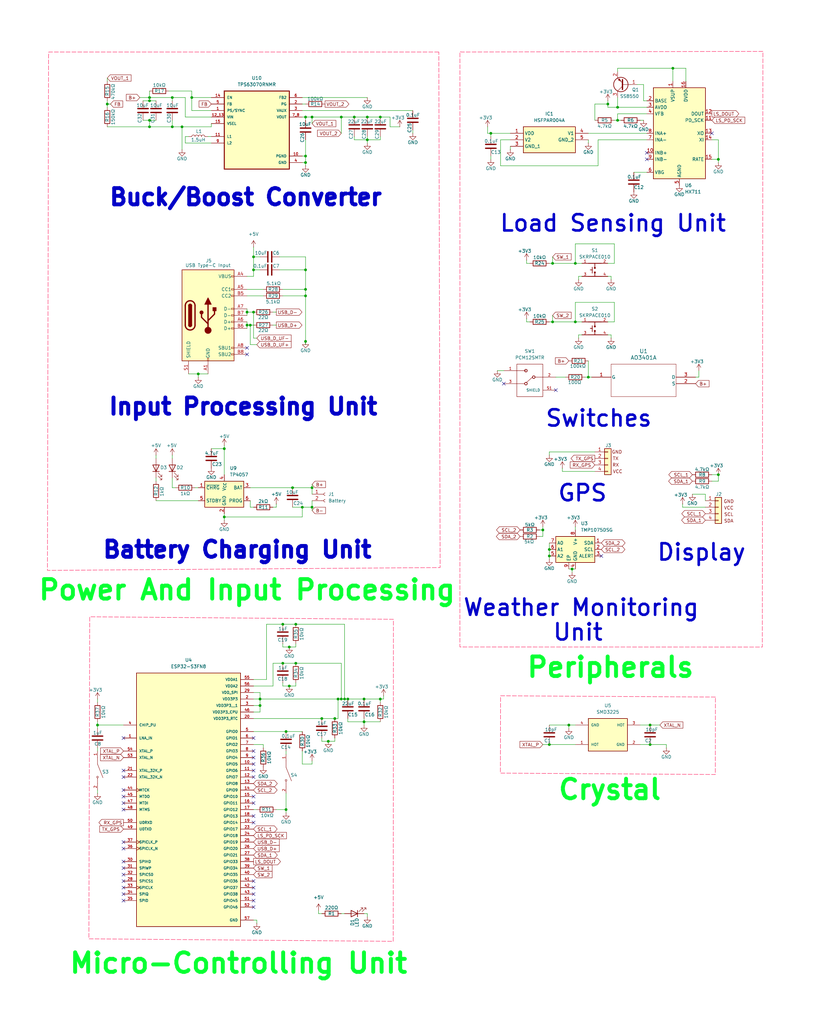
<source format=kicad_sch>
(kicad_sch (version 20250114) (generator "eeschema") (generator_version "9.0")
  (paper "User" 320 400)
  (title_block (title "Surevival Schematic") (company "Rishaan"))
  (lib_symbols
    (symbol "AO3401A_1:AO3401A" (pin_names (offset 0.254))
      (property "Reference" "U" (at 20.32 10.16 0))
      (property "Value" "AO3401A" (at 20.32 7.62 0))
      (symbol "AO3401A_0_1"
        (pin unspecified line (at 0 0 0) (length 7.62) (name "G") (number "1"))
        (pin unspecified line (at 40.64 0 180) (length 7.62) (name "D") (number "3"))
        (pin unspecified line (at 40.64 -2.54 180) (length 7.62) (name "S") (number "2"))
      )
    )
    (symbol "Analog_ADC:HX711"
      (property "Reference" "U" (at 5.08 21.59 0))
      (property "Value" "HX711" (at 7.62 19.05 0))
      (symbol "HX711_1_1"
        (pin passive line (at -12.7 12.7 0) (length 2.54) (name "BASE") (number "2"))
        (pin power_in line (at -12.7 10.16 0) (length 2.54) (name "AVDD") (number "3"))
        (pin input line (at -12.7 7.62 0) (length 2.54) (name "VFB") (number "4"))
        (pin input line (at -12.7 0 0) (length 2.54) (name "INA+") (number "8"))
        (pin input line (at -12.7 -2.54 0) (length 2.54) (name "INA-") (number "7"))
        (pin input line (at -12.7 -7.62 0) (length 2.54) (name "INB+") (number "10"))
        (pin input line (at -12.7 -10.16 0) (length 2.54) (name "INB-") (number "9"))
        (pin passive line (at -12.7 -15.24 0) (length 2.54) (name "VBG") (number "6"))
        (pin power_in line (at -2.54 20.32 270) (length 2.54) (name "VSUP") (number "1"))
        (pin power_in line (at 0 -20.32 90) (length 2.54) (name "AGND") (number "5"))
        (pin power_in line (at 2.54 20.32 270) (length 2.54) (name "DVDD") (number "16"))
        (pin output line (at 12.7 7.62 180) (length 2.54) (name "DOUT") (number "12"))
        (pin input line (at 12.7 5.08 180) (length 2.54) (name "PD_SCK") (number "11"))
        (pin passive line (at 12.7 0 180) (length 2.54) (name "XO") (number "13"))
        (pin passive line (at 12.7 -2.54 180) (length 2.54) (name "XI") (number "14"))
        (pin input line (at 12.7 -10.16 180) (length 2.54) (name "RATE") (number "15"))
      )
    )
    (symbol "Battery_Management:TP4057"
      (property "Reference" "U" (at -6.35 6.604 0))
      (property "Value" "TP4057" (at 1.524 6.604 0))
      (symbol "TP4057_1_1"
        (pin open_collector line (at -10.16 2.54 0) (length 2.54) (name "~{CHRG}") (number "1"))
        (pin open_collector line (at -10.16 -2.54 0) (length 2.54) (name "STDBY") (number "5"))
        (pin power_in line (at 0 7.62 270) (length 2.54) (name "V_{CC}") (number "4"))
        (pin power_in line (at 0 -7.62 90) (length 2.54) (name "GND") (number "2"))
        (pin power_out line (at 10.16 2.54 180) (length 2.54) (name "BAT") (number "3"))
        (pin passive line (at 10.16 -2.54 180) (length 2.54) (name "PROG") (number "6"))
      )
    )
    (symbol "Conn_01x04_1" (pin_names (offset 1.016) (hide yes))
      (property "Reference" "J2" (at -1.016 5.08 0))
      (symbol "Conn_01x04_1_1_1"
        (text "GND" (at 4.064 2.286 0) (effects (font (size 1.27 1.27))))
        (text "VCC" (at 4.064 -0.254 0) (effects (font (size 1.27 1.27))))
        (text "SCL" (at 4.064 -2.794 0) (effects (font (size 1.27 1.27))))
        (text "SDA" (at 4.064 -5.334 0) (effects (font (size 1.27 1.27))))
        (pin passive line (at -5.08 2.54 0) (length 3.81) (name "Pin_1") (number "1"))
        (pin passive line (at -5.08 0 0) (length 3.81) (name "Pin_2") (number "2"))
        (pin passive line (at -5.08 -2.54 0) (length 3.81) (name "Pin_3") (number "3"))
        (pin passive line (at -5.08 -5.08 0) (length 3.81) (name "Pin_4") (number "4"))
      )
    )
    (symbol "Connector:Conn_01x02_Socket" (pin_names (offset 1.016) (hide yes))
      (property "Reference" "J" (at 0 2.54 0))
      (property "Value" "Conn_01x02_Socket" (at 0 -5.08 0))
      (symbol "Conn_01x02_Socket_1_1"
        (pin passive line (at -5.08 0 0) (length 3.81) (name "Pin_1") (number "1"))
        (pin passive line (at -5.08 -2.54 0) (length 3.81) (name "Pin_2") (number "2"))
      )
    )
    (symbol "Connector:USB_C_Receptacle_USB2.0_16P" (pin_names (offset 1.016))
      (property "Reference" "J" (at 0 22.225 0))
      (property "Value" "USB_C_Receptacle_USB2.0_16P" (at 0 19.685 0))
      (symbol "USB_C_Receptacle_USB2.0_16P_1_1"
        (pin passive line (at -7.62 -22.86 90) (length 5.08) (name "SHIELD") (number "S1"))
        (pin passive line (at 0 -22.86 90) (length 5.08) (name "GND") (number "A1"))
        (pin passive line (at 0 -22.86 90) (length 5.08) (hide yes) (name "GND") (number "A12"))
        (pin passive line (at 0 -22.86 90) (length 5.08) (hide yes) (name "GND") (number "B1"))
        (pin passive line (at 0 -22.86 90) (length 5.08) (hide yes) (name "GND") (number "B12"))
        (pin passive line (at 15.24 15.24 180) (length 5.08) (name "VBUS") (number "A4"))
        (pin passive line (at 15.24 15.24 180) (length 5.08) (hide yes) (name "VBUS") (number "A9"))
        (pin passive line (at 15.24 15.24 180) (length 5.08) (hide yes) (name "VBUS") (number "B4"))
        (pin passive line (at 15.24 15.24 180) (length 5.08) (hide yes) (name "VBUS") (number "B9"))
        (pin bidirectional line (at 15.24 10.16 180) (length 5.08) (name "CC1") (number "A5"))
        (pin bidirectional line (at 15.24 7.62 180) (length 5.08) (name "CC2") (number "B5"))
        (pin bidirectional line (at 15.24 2.54 180) (length 5.08) (name "D-") (number "A7"))
        (pin bidirectional line (at 15.24 0 180) (length 5.08) (name "D-") (number "B7"))
        (pin bidirectional line (at 15.24 -2.54 180) (length 5.08) (name "D+") (number "A6"))
        (pin bidirectional line (at 15.24 -5.08 180) (length 5.08) (name "D+") (number "B6"))
        (pin bidirectional line (at 15.24 -12.7 180) (length 5.08) (name "SBU1") (number "A8"))
        (pin bidirectional line (at 15.24 -15.24 180) (length 5.08) (name "SBU2") (number "B8"))
      )
    )
    (symbol "Connector_Generic:Conn_01x04" (pin_names (offset 1.016) (hide yes))
      (property "Reference" "J3" (at 2.54 0.0001 0))
      (property "Value" "Conn_01x04" (at 2.54 -2.5399 0))
      (symbol "Conn_01x04_1_1"
        (text "TX" (at 3.048 0 0) (effects (font (size 1.27 1.27))))
        (text "RX" (at 3.048 -2.54 0) (effects (font (size 1.27 1.27))))
        (text "GND" (at 3.556 2.54 0) (effects (font (size 1.27 1.27))))
        (text "VCC" (at 3.81 -5.08 0) (effects (font (size 1.27 1.27))))
        (pin passive line (at -5.08 2.54 0) (length 3.81) (name "Pin_1") (number "1"))
        (pin passive line (at -5.08 0 0) (length 3.81) (name "Pin_2") (number "2"))
        (pin passive line (at -5.08 -2.54 0) (length 3.81) (name "Pin_3") (number "3"))
        (pin passive line (at -5.08 -5.08 0) (length 3.81) (name "Pin_4") (number "4"))
      )
    )
    (symbol "Device:C" (pin_numbers (hide yes)) (pin_names (offset 0.254))
      (property "Reference" "C" (at 0.635 2.54 0))
      (property "Value" "C" (at 0.635 -2.54 0))
      (symbol "C_1_1"
        (pin passive line (at 0 3.81 270) (length 2.794) (name "~") (number "1"))
        (pin passive line (at 0 -3.81 90) (length 2.794) (name "~") (number "2"))
      )
    )
    (symbol "Device:L" (pin_numbers (hide yes)) (pin_names (offset 1.016) (hide yes))
      (property "Reference" "L" (at -1.27 0 90))
      (property "Value" "L" (at 1.905 0 90))
      (symbol "L_1_1"
        (pin passive line (at 0 3.81 270) (length 1.27) (name "1") (number "1"))
        (pin passive line (at 0 -3.81 90) (length 1.27) (name "2") (number "2"))
      )
    )
    (symbol "Device:LED" (pin_numbers (hide yes)) (pin_names (offset 1.016) (hide yes))
      (property "Reference" "D" (at 0 2.54 0))
      (property "Value" "LED" (at 0 -2.54 0))
      (symbol "LED_1_1"
        (pin passive line (at -3.81 0 0) (length 2.54) (name "K") (number "1"))
        (pin passive line (at 3.81 0 180) (length 2.54) (name "A") (number "2"))
      )
    )
    (symbol "Device:R" (pin_numbers (hide yes)) (pin_names (offset 0))
      (property "Reference" "R" (at 2.032 0 90))
      (property "Value" "R" (at 0 0 90))
      (symbol "R_1_1"
        (pin passive line (at 0 3.81 270) (length 1.27) (name "~") (number "1"))
        (pin passive line (at 0 -3.81 90) (length 1.27) (name "~") (number "2"))
      )
    )
    (symbol "ESP32-S3FN8:ESP32-S3FN8" (pin_names (offset 1.016))
      (property "Reference" "U" (at -20.32 49.53 0))
      (property "Value" "ESP32-S3FN8" (at -20.32 -52.07 0))
      (symbol "ESP32-S3FN8_0_0"
        (pin input line (at -25.4 27.94 0) (length 5.08) (name "CHIP_PU") (number "4"))
        (pin bidirectional line (at -25.4 22.86 0) (length 5.08) (name "LNA_IN") (number "1"))
        (pin input line (at -25.4 17.78 0) (length 5.08) (name "XTAL_P") (number "54"))
        (pin output line (at -25.4 15.24 0) (length 5.08) (name "XTAL_N") (number "53"))
        (pin bidirectional line (at -25.4 10.16 0) (length 5.08) (name "XTAL_32K_P") (number "21"))
        (pin bidirectional line (at -25.4 7.62 0) (length 5.08) (name "XTAL_32K_N") (number "22"))
        (pin bidirectional clock (at -25.4 2.54 0) (length 5.08) (name "MTCK") (number "44"))
        (pin bidirectional line (at -25.4 0 0) (length 5.08) (name "MTDO") (number "45"))
        (pin bidirectional line (at -25.4 -2.54 0) (length 5.08) (name "MTDI") (number "47"))
        (pin bidirectional line (at -25.4 -5.08 0) (length 5.08) (name "MTMS") (number "48"))
        (pin bidirectional line (at -25.4 -10.16 0) (length 5.08) (name "U0RXD") (number "50"))
        (pin bidirectional line (at -25.4 -12.7 0) (length 5.08) (name "U0TXD") (number "49"))
        (pin bidirectional clock (at -25.4 -17.78 0) (length 5.08) (name "SPICLK_P") (number "37"))
        (pin bidirectional clock (at -25.4 -20.32 0) (length 5.08) (name "SPICLK_N") (number "36"))
        (pin bidirectional line (at -25.4 -25.4 0) (length 5.08) (name "SPIHD") (number "30"))
        (pin bidirectional line (at -25.4 -27.94 0) (length 5.08) (name "SPIWP") (number "31"))
        (pin bidirectional line (at -25.4 -30.48 0) (length 5.08) (name "SPICS0") (number "32"))
        (pin bidirectional line (at -25.4 -33.02 0) (length 5.08) (name "SPICS1") (number "28"))
        (pin bidirectional clock (at -25.4 -35.56 0) (length 5.08) (name "SPICLK") (number "33"))
        (pin bidirectional line (at -25.4 -38.1 0) (length 5.08) (name "SPIQ") (number "34"))
        (pin bidirectional line (at -25.4 -40.64 0) (length 5.08) (name "SPID") (number "35"))
        (pin power_in line (at 25.4 45.72 180) (length 5.08) (name "VDDA1") (number "55"))
        (pin power_in line (at 25.4 43.18 180) (length 5.08) (name "VDDA2") (number "56"))
        (pin power_in line (at 25.4 40.64 180) (length 5.08) (name "VDD_SPI") (number "29"))
        (pin power_in line (at 25.4 38.1 180) (length 5.08) (name "VDD3P3") (number "2"))
        (pin power_in line (at 25.4 35.56 180) (length 5.08) (name "VDD3P3__1") (number "3"))
        (pin power_in line (at 25.4 33.02 180) (length 5.08) (name "VDD3P3_CPU") (number "46"))
        (pin power_in line (at 25.4 30.48 180) (length 5.08) (name "VDD3P3_RTC") (number "20"))
        (pin bidirectional line (at 25.4 25.4 180) (length 5.08) (name "GPIO0") (number "5"))
        (pin bidirectional line (at 25.4 22.86 180) (length 5.08) (name "GPIO1") (number "6"))
        (pin bidirectional line (at 25.4 20.32 180) (length 5.08) (name "GPIO2") (number "7"))
        (pin bidirectional line (at 25.4 17.78 180) (length 5.08) (name "GPIO3") (number "8"))
        (pin bidirectional line (at 25.4 15.24 180) (length 5.08) (name "GPIO4") (number "9"))
        (pin bidirectional line (at 25.4 12.7 180) (length 5.08) (name "GPIO5") (number "10"))
        (pin bidirectional line (at 25.4 10.16 180) (length 5.08) (name "GPIO6") (number "11"))
        (pin bidirectional line (at 25.4 7.62 180) (length 5.08) (name "GPIO7") (number "12"))
        (pin bidirectional line (at 25.4 5.08 180) (length 5.08) (name "GPIO8") (number "13"))
        (pin bidirectional line (at 25.4 2.54 180) (length 5.08) (name "GPIO9") (number "14"))
        (pin bidirectional line (at 25.4 0 180) (length 5.08) (name "GPIO10") (number "15"))
        (pin bidirectional line (at 25.4 -2.54 180) (length 5.08) (name "GPIO11") (number "16"))
        (pin bidirectional line (at 25.4 -5.08 180) (length 5.08) (name "GPIO12") (number "17"))
        (pin bidirectional line (at 25.4 -7.62 180) (length 5.08) (name "GPIO13") (number "18"))
        (pin bidirectional line (at 25.4 -10.16 180) (length 5.08) (name "GPIO14") (number "19"))
        (pin bidirectional line (at 25.4 -12.7 180) (length 5.08) (name "GPIO17") (number "23"))
        (pin bidirectional line (at 25.4 -15.24 180) (length 5.08) (name "GPIO18") (number "24"))
        (pin bidirectional line (at 25.4 -17.78 180) (length 5.08) (name "GPIO19") (number "25"))
        (pin bidirectional line (at 25.4 -20.32 180) (length 5.08) (name "GPIO20") (number "26"))
        (pin bidirectional line (at 25.4 -22.86 180) (length 5.08) (name "GPIO21") (number "27"))
        (pin bidirectional line (at 25.4 -25.4 180) (length 5.08) (name "GPIO33") (number "38"))
        (pin bidirectional line (at 25.4 -27.94 180) (length 5.08) (name "GPIO34") (number "39"))
        (pin bidirectional line (at 25.4 -30.48 180) (length 5.08) (name "GPIO35") (number "40"))
        (pin bidirectional line (at 25.4 -33.02 180) (length 5.08) (name "GPIO36") (number "41"))
        (pin bidirectional line (at 25.4 -35.56 180) (length 5.08) (name "GPIO37") (number "42"))
        (pin bidirectional line (at 25.4 -38.1 180) (length 5.08) (name "GPIO38") (number "43"))
        (pin bidirectional line (at 25.4 -40.64 180) (length 5.08) (name "GPIO45") (number "51"))
        (pin bidirectional line (at 25.4 -43.18 180) (length 5.08) (name "GPIO46") (number "52"))
        (pin power_in line (at 25.4 -48.26 180) (length 5.08) (name "GND") (number "57"))
      )
    )
    (symbol "HSFPAR004A_1:HSFPAR004A"
      (property "Reference" "IC" (at 26.67 7.62 0))
      (property "Value" "HSFPAR004A" (at 26.67 5.08 0))
      (symbol "HSFPAR004A_1_1"
        (pin passive line (at 0 0 0) (length 5.08) (name "VDD") (number "1"))
        (pin passive line (at 0 -2.54 0) (length 5.08) (name "V2") (number "2"))
        (pin passive line (at 0 -5.08 0) (length 5.08) (name "GND_1") (number "3"))
        (pin passive line (at 30.48 0 180) (length 5.08) (name "V1") (number "4"))
        (pin passive line (at 30.48 -2.54 180) (length 5.08) (name "GND_2") (number "5"))
      )
    )
    (symbol "Push Button:TS-1088-AR02016" (pin_names (offset 1.016))
      (property "Reference" "S" (at -2.54 2.54 0))
      (property "Value" "TS-1088-AR02016" (at -2.54 -2.54 0))
      (symbol "TS-1088-AR02016_0_0"
        (pin passive line (at -7.62 0 0) (length 2.54) (name "~") (number "1"))
        (pin passive line (at 7.62 0 180) (length 2.54) (name "~") (number "2"))
      )
    )
    (symbol "SKRPACE010_12:SKRPACE010" (pin_names (offset 1.016))
      (property "Reference" "S" (at -2.5431 5.0863 0))
      (property "Value" "SKRPACE010" (at -2.5442 -5.0884 0))
      (symbol "SKRPACE010_0_0"
        (pin bidirectional line (at -5.08 2.54 0) (length 2.54) (name "~") (number "1"))
        (pin bidirectional line (at -5.08 -2.54 0) (length 2.54) (name "~") (number "3"))
        (pin bidirectional line (at 5.08 2.54 180) (length 2.54) (name "~") (number "2"))
        (pin bidirectional line (at 5.08 -2.54 180) (length 2.54) (name "~") (number "4"))
      )
    )
    (symbol "SMD3225-4P:SMD3225" (pin_names (offset 1.016))
      (property "Reference" "U5" (at 0 12.7 0))
      (property "Value" "SMD3225" (at 0 10.16 0))
      (symbol "SMD3225_1_0"
        (pin bidirectional line (at -12.7 5.08 0) (length 5.08) (name "GND") (number "4"))
        (pin bidirectional line (at -12.7 -2.54 0) (length 5.08) (name "HOT") (number "1"))
        (pin bidirectional line (at 12.7 5.08 180) (length 5.08) (name "HOT") (number "3"))
        (pin bidirectional line (at 12.7 -2.54 180) (length 5.08) (name "GND") (number "2"))
      )
    )
    (symbol "SSSS810701:PCM12SMTR" (pin_names (offset 1.016))
      (property "Reference" "SW" (at -5.0844 5.3386 0))
      (property "Value" "PCM12SMTR" (at -5.1814 -9.6619 0))
      (symbol "PCM12SMTR_0_0"
        (pin passive line (at -10.16 2.54 0) (length 5.08) (name "~") (number "1"))
        (pin passive line (at -10.16 -2.54 0) (length 5.08) (name "~") (number "3"))
        (pin passive line (at 10.16 0 180) (length 5.08) (name "~") (number "2"))
        (pin passive line (at 10.16 -5.08 180) (length 5.08) (name "SHIELD") (number "S1"))
        (pin passive line (at 10.16 -5.08 180) (length 5.08) (hide yes) (name "SHIELD") (number "S2"))
        (pin passive line (at 10.16 -5.08 180) (length 5.08) (hide yes) (name "SHIELD") (number "S3"))
        (pin passive line (at 10.16 -5.08 180) (length 5.08) (hide yes) (name "SHIELD") (number "S4"))
      )
    )
    (symbol "Sensor_Temperature:TMP1075DSG"
      (property "Reference" "U" (at -6.35 6.35 0))
      (property "Value" "TMP1075DSG" (at 6.35 6.35 0))
      (symbol "TMP1075DSG_1_1"
        (pin input line (at -10.16 2.54 0) (length 2.54) (name "A0") (number "7"))
        (pin input line (at -10.16 0 0) (length 2.54) (name "A1") (number "6"))
        (pin input line (at -10.16 -2.54 0) (length 2.54) (name "A2") (number "5"))
        (pin passive line (at -2.54 -7.62 90) (length 2.54) (name "EP") (number "9"))
        (pin power_in line (at 0 7.62 270) (length 2.54) (name "V+") (number "8"))
        (pin power_in line (at 0 -7.62 90) (length 2.54) (name "GND") (number "4"))
        (pin bidirectional line (at 10.16 2.54 180) (length 2.54) (name "SDA") (number "1"))
        (pin input line (at 10.16 0 180) (length 2.54) (name "SCL") (number "2"))
        (pin open_collector line (at 10.16 -2.54 180) (length 2.54) (name "ALERT") (number "3"))
      )
    )
    (symbol "TPS63070_1:TPS63070RNMR" (pin_names (offset 1.016))
      (property "Reference" "U" (at -12.7 16.24 0))
      (property "Value" "TPS63070RNMR" (at -12.7 -19.24 0))
      (symbol "TPS63070RNMR_0_0"
        (pin input line (at -17.78 12.7 0) (length 5.08) (name "EN") (number "14"))
        (pin input line (at -17.78 10.16 0) (length 5.08) (name "FB") (number "5"))
        (pin input line (at -17.78 7.62 0) (length 5.08) (name "PS/SYNC") (number "1"))
        (pin input line (at -17.78 5.08 0) (length 5.08) (name "VIN") (number "12_13"))
        (pin input line (at -17.78 2.54 0) (length 5.08) (name "VSEL") (number "15"))
        (pin bidirectional line (at -17.78 -2.54 0) (length 5.08) (name "L1") (number "11"))
        (pin bidirectional line (at -17.78 -5.08 0) (length 5.08) (name "L2") (number "9"))
        (pin output line (at 17.78 12.7 180) (length 5.08) (name "FB2") (number "6"))
        (pin output line (at 17.78 10.16 180) (length 5.08) (name "PG") (number "2"))
        (pin output line (at 17.78 7.62 180) (length 5.08) (name "VAUX") (number "3"))
        (pin output line (at 17.78 5.08 180) (length 5.08) (name "VOUT") (number "7_8"))
        (pin power_in line (at 17.78 -10.16 180) (length 5.08) (name "PGND") (number "10"))
        (pin power_in line (at 17.78 -12.7 180) (length 5.08) (name "GND") (number "4"))
      )
    )
    (symbol "Transistor_BJT:SS8550" (pin_names (offset 0) (hide yes))
      (property "Reference" "Q" (at 5.08 1.905 0))
      (property "Value" "SS8550" (at 5.08 0 0))
      (symbol "SS8550_1_1"
        (pin input line (at -5.08 0 0) (length 2.54) (name "B") (number "1"))
        (pin passive line (at 2.54 5.08 270) (length 2.54) (name "C") (number "3"))
        (pin passive line (at 2.54 -5.08 90) (length 2.54) (name "E") (number "2"))
      )
    )
    (symbol "power:+3V3" (power) (pin_numbers (hide yes)) (pin_names (offset 0) (hide yes))
      (property "Value" "+3V3" (at 0 3.556 0))
      (symbol "+3V3_1_1"
        (pin power_in line (at 0 0 90) (length 0) (name "~") (number "1"))
      )
    )
    (symbol "power:+5V" (power) (pin_numbers (hide yes)) (pin_names (offset 0) (hide yes))
      (property "Value" "+5V" (at 0 3.556 0))
      (symbol "+5V_1_1"
        (pin power_in line (at 0 0 90) (length 0) (name "~") (number "1"))
      )
    )
    (symbol "power:GND" (power) (pin_numbers (hide yes)) (pin_names (offset 0) (hide yes))
      (property "Value" "GND" (at 0 -3.81 0))
      (symbol "GND_1_1"
        (pin power_in line (at 0 0 270) (length 0) (name "~") (number "1"))
      )
    )
  )
  (text "Unit" (at 225.806 247.142 0) (effects (font (size 6.35 6.35) (thickness 1.016) (bold yes))))
  (text "Switches" (at 233.934 163.576 0) (effects (font (size 6.35 6.35) (thickness 1.016) (bold yes))))
  (text "Battery Charging Unit" (at 92.71 214.884 0) (effects (font (size 6.35 6.35) (thickness 1.524) (bold yes))))
  (text "Peripherals" (at 238.506 260.858 0) (effects (font (size 7.62 7.62) (thickness 1.524) (bold yes))))
  (text "Buck/Boost Converter" (at 96.012 77.216 0) (effects (font (size 6.35 6.35) (thickness 1.524) (bold yes))))
  (text "GPS" (at 227.584 192.786 0) (effects (font (size 6.35 6.35) (thickness 1.016) (bold yes))))
  (text "Power And Input Processing" (at 96.52 230.632 0) (effects (font (size 7.62 7.62) (thickness 1.524) (bold yes))))
  (text "Micro-Controlling Unit" (at 93.218 376.428 0) (effects (font (size 7.62 7.62) (thickness 1.524) (bold yes))))
  (text "Input Processing Unit" (at 94.996 159.004 0) (effects (font (size 6.35 6.35) (thickness 1.524) (bold yes))))
  (text "Weather Monitoring" (at 227.076 237.49 0) (effects (font (size 6.35 6.35) (thickness 1.016) (bold yes))))
  (text "Load Sensing Unit" (at 239.522 87.376 0) (effects (font (size 6.35 6.35) (thickness 1.016) (bold yes))))
  (text "Display\n" (at 274.066 215.9 0) (effects (font (size 6.35 6.35) (thickness 1.016) (bold yes))))
  (text "Crystal" (at 238.252 308.61 0) (effects (font (size 7.62 7.62) (thickness 1.524) (bold yes))))
  (junction (at 111.76 285.75))
  (junction (at 215.9 125.73))
  (junction (at 262.89 26.67))
  (junction (at 214.63 290.83))
  (junction (at 119.38 45.72))
  (junction (at 143.51 54.61))
  (junction (at 130.81 280.67))
  (junction (at 133.35 273.05))
  (junction (at 212.09 207.01))
  (junction (at 87.63 201.93))
  (junction (at 125.73 280.67))
  (junction (at 132.08 273.05))
  (junction (at 135.89 273.05))
  (junction (at 229.87 147.32))
  (junction (at 115.57 259.08))
  (junction (at 121.92 190.5))
  (junction (at 133.35 45.72))
  (junction (at 134.62 273.05))
  (junction (at 97.79 127))
  (junction (at 119.38 115.57))
  (junction (at 110.49 259.08))
  (junction (at 115.57 243.84))
  (junction (at 101.6 275.59))
  (junction (at 191.77 52.07))
  (junction (at 101.6 273.05))
  (junction (at 96.52 121.92))
  (junction (at 224.79 125.73))
  (junction (at 121.92 45.72))
  (junction (at 128.27 289.56))
  (junction (at 254 290.83))
  (junction (at 118.11 198.12))
  (junction (at 119.38 113.03))
  (junction (at 119.38 60.96))
  (junction (at 119.38 133.35))
  (junction (at 241.3 41.91))
  (junction (at 99.06 100.33))
  (junction (at 113.03 252.73))
  (junction (at 77.47 146.05))
  (junction (at 121.92 198.12))
  (junction (at 119.38 105.41))
  (junction (at 214.63 214.63))
  (junction (at 87.63 175.26))
  (junction (at 41.91 40.64))
  (junction (at 224.79 102.87))
  (junction (at 96.52 127))
  (junction (at 280.67 185.42))
  (junction (at 74.93 38.1))
  (junction (at 58.42 38.1))
  (junction (at 113.03 267.97))
  (junction (at 38.1 283.21))
  (junction (at 111.76 316.23))
  (junction (at 142.24 281.94))
  (junction (at 148.59 45.72))
  (junction (at 119.38 63.5))
  (junction (at 58.42 46.99))
  (junction (at 223.52 222.25))
  (junction (at 114.3 190.5))
  (junction (at 254 283.21))
  (junction (at 110.49 243.84))
  (junction (at 58.42 39.37))
  (junction (at 143.51 45.72))
  (junction (at 71.12 49.53))
  (junction (at 148.59 273.05))
  (junction (at 222.25 283.21))
  (junction (at 67.31 38.1))
  (junction (at 58.42 49.53))
  (junction (at 142.24 273.05))
  (junction (at 67.31 49.53))
  (junction (at 99.06 121.92))
  (junction (at 237.49 40.64))
  (junction (at 214.63 217.17))
  (junction (at 280.67 62.23))
  (junction (at 241.3 46.99))
  (junction (at 215.9 102.87))
  (junction (at 138.43 45.72))
  (junction (at 99.06 105.41))
  (no_connect (at 48.26 339.09))
  (no_connect (at 99.06 344.17))
  (no_connect (at 99.06 354.33))
  (no_connect (at 48.26 316.23))
  (no_connect (at 99.06 303.53))
  (no_connect (at 99.06 288.29))
  (no_connect (at 48.26 300.99))
  (no_connect (at 234.95 217.17))
  (no_connect (at 48.26 341.63))
  (no_connect (at 99.06 346.71))
  (no_connect (at 99.06 313.69))
  (no_connect (at 99.06 295.91))
  (no_connect (at 48.26 288.29))
  (no_connect (at 48.26 303.53))
  (no_connect (at 48.26 349.25))
  (no_connect (at 48.26 308.61))
  (no_connect (at 48.26 311.15))
  (no_connect (at 48.26 351.79))
  (no_connect (at 196.85 149.86))
  (no_connect (at 252.73 62.23))
  (no_connect (at 48.26 328.93))
  (no_connect (at 48.26 331.47))
  (no_connect (at 96.52 135.89))
  (no_connect (at 278.13 52.07))
  (no_connect (at 99.06 321.31))
  (no_connect (at 99.06 318.77))
  (no_connect (at 99.06 298.45))
  (no_connect (at 99.06 293.37))
  (no_connect (at 48.26 313.69))
  (no_connect (at 48.26 336.55))
  (no_connect (at 99.06 351.79))
  (no_connect (at 48.26 346.71))
  (no_connect (at 99.06 311.15))
  (no_connect (at 217.17 152.4))
  (no_connect (at 99.06 300.99))
  (no_connect (at 252.73 59.69))
  (no_connect (at 96.52 138.43))
  (no_connect (at 99.06 349.25))
  (no_connect (at 48.26 344.17))
  (wire (pts (xy 262.89 26.67) (xy 267.97 26.67)))
  (wire (pts (xy 133.35 259.08) (xy 133.35 273.05)))
  (wire (pts (xy 38.1 308.61) (xy 38.1 309.88)))
  (wire (pts (xy 142.24 281.94) (xy 142.24 280.67)))
  (wire (pts (xy 58.42 38.1) (xy 67.31 38.1)))
  (wire (pts (xy 128.27 289.56) (xy 130.81 289.56)))
  (wire (pts (xy 215.9 125.73) (xy 214.63 125.73)))
  (wire (pts (xy 110.49 266.7) (xy 110.49 267.97)))
  (wire (pts (xy 87.63 203.2) (xy 87.63 201.93)))
  (wire (pts (xy 101.6 273.05) (xy 132.08 273.05)))
  (wire (pts (xy 115.57 267.97) (xy 115.57 266.7)))
  (wire (pts (xy 229.87 140.97) (xy 229.87 147.32)))
  (wire (pts (xy 194.31 144.78) (xy 196.85 144.78)))
  (wire (pts (xy 271.78 147.32) (xy 273.05 147.32)))
  (wire (pts (xy 81.28 53.34) (xy 82.55 53.34)))
  (wire (pts (xy 132.08 273.05) (xy 132.08 280.67)))
  (wire (pts (xy 223.52 222.25) (xy 224.79 222.25)))
  (wire (pts (xy 82.55 43.18) (xy 74.93 43.18)))
  (wire (pts (xy 118.11 298.45) (xy 121.92 298.45)))
  (wire (pts (xy 250.19 283.21) (xy 254 283.21)))
  (wire (pts (xy 67.31 49.53) (xy 58.42 49.53)))
  (wire (pts (xy 191.77 62.23) (xy 191.77 60.96)))
  (wire (pts (xy 99.06 273.05) (xy 101.6 273.05)))
  (wire (pts (xy 38.1 292.1) (xy 38.1 293.37)))
  (wire (pts (xy 143.51 45.72) (xy 148.59 45.72)))
  (wire (pts (xy 125.73 289.56) (xy 128.27 289.56)))
  (wire (pts (xy 118.11 198.12) (xy 118.11 201.93)))
  (wire (pts (xy 252.73 41.91) (xy 241.3 41.91)))
  (wire (pts (xy 143.51 54.61) (xy 143.51 55.88)))
  (wire (pts (xy 143.51 356.87) (xy 142.24 356.87)))
  (wire (pts (xy 212.09 205.74) (xy 212.09 207.01)))
  (wire (pts (xy 102.87 290.83) (xy 102.87 292.1)))
  (wire (pts (xy 121.92 195.58) (xy 121.92 198.12)))
  (wire (pts (xy 229.87 52.07) (xy 252.73 52.07)))
  (wire (pts (xy 99.06 265.43) (xy 104.14 265.43)))
  (wire (pts (xy 133.35 356.87) (xy 134.62 356.87)))
  (wire (pts (xy 134.62 273.05) (xy 133.35 273.05)))
  (wire (pts (xy 54.61 38.1) (xy 58.42 38.1)))
  (wire (pts (xy 142.24 283.21) (xy 142.24 281.94)))
  (wire (pts (xy 55.88 46.99) (xy 58.42 46.99)))
  (wire (pts (xy 224.79 102.87) (xy 224.79 95.25)))
  (wire (pts (xy 87.63 173.99) (xy 87.63 175.26)))
  (wire (pts (xy 99.06 105.41) (xy 99.06 107.95)))
  (wire (pts (xy 199.39 58.42) (xy 199.39 57.15)))
  (wire (pts (xy 111.76 293.37) (xy 111.76 294.64)))
  (wire (pts (xy 74.93 38.1) (xy 82.55 38.1)))
  (wire (pts (xy 110.49 251.46) (xy 110.49 252.73)))
  (wire (pts (xy 121.92 189.23) (xy 121.92 190.5)))
  (wire (pts (xy 149.86 271.78) (xy 149.86 273.05)))
  (wire (pts (xy 77.47 146.05) (xy 81.28 146.05)))
  (wire (pts (xy 115.57 259.08) (xy 133.35 259.08)))
  (wire (pts (xy 74.93 43.18) (xy 74.93 38.1)))
  (wire (pts (xy 212.09 207.01) (xy 212.09 209.55)))
  (wire (pts (xy 106.68 259.08) (xy 110.49 259.08)))
  (wire (pts (xy 58.42 46.99) (xy 58.42 49.53)))
  (wire (pts (xy 199.39 52.07) (xy 191.77 52.07)))
  (wire (pts (xy 280.67 63.5) (xy 280.67 62.23)))
  (wire (pts (xy 110.49 259.08) (xy 115.57 259.08)))
  (wire (pts (xy 214.63 177.8) (xy 214.63 176.53)))
  (wire (pts (xy 97.79 134.62) (xy 100.33 134.62)))
  (wire (pts (xy 110.49 113.03) (xy 119.38 113.03)))
  (wire (pts (xy 58.42 39.37) (xy 60.96 39.37)))
  (wire (pts (xy 99.06 100.33) (xy 99.06 105.41)))
  (wire (pts (xy 215.9 125.73) (xy 224.79 125.73)))
  (wire (pts (xy 219.71 182.88) (xy 219.71 184.15)))
  (wire (pts (xy 252.73 39.37) (xy 251.46 39.37)))
  (wire (pts (xy 214.63 283.21) (xy 222.25 283.21)))
  (wire (pts (xy 240.03 125.73) (xy 237.49 125.73)))
  (wire (pts (xy 212.09 209.55) (xy 210.82 209.55)))
  (wire (pts (xy 241.3 27.94) (xy 241.3 26.67)))
  (wire (pts (xy 190.5 49.53) (xy 190.5 52.07)))
  (wire (pts (xy 113.03 267.97) (xy 115.57 267.97)))
  (wire (pts (xy 224.79 95.25) (xy 240.03 95.25)))
  (wire (pts (xy 135.89 281.94) (xy 135.89 280.67)))
  (wire (pts (xy 205.74 102.87) (xy 207.01 102.87)))
  (wire (pts (xy 118.11 60.96) (xy 119.38 60.96)))
  (wire (pts (xy 199.39 54.61) (xy 195.58 54.61)))
  (wire (pts (xy 229.87 55.88) (xy 229.87 54.61)))
  (wire (pts (xy 101.6 278.13) (xy 101.6 275.59)))
  (wire (pts (xy 119.38 54.61) (xy 119.38 60.96)))
  (wire (pts (xy 273.05 144.78) (xy 273.05 147.32)))
  (wire (pts (xy 241.3 44.45) (xy 241.3 46.99)))
  (wire (pts (xy 152.4 49.53) (xy 156.21 49.53)))
  (wire (pts (xy 106.68 267.97) (xy 106.68 259.08)))
  (wire (pts (xy 87.63 200.66) (xy 87.63 201.93)))
  (wire (pts (xy 107.95 316.23) (xy 111.76 316.23)))
  (wire (pts (xy 119.38 60.96) (xy 119.38 63.5)))
  (wire (pts (xy 38.1 281.94) (xy 38.1 283.21)))
  (wire (pts (xy 66.04 35.56) (xy 74.93 35.56)))
  (wire (pts (xy 254 290.83) (xy 260.35 290.83)))
  (wire (pts (xy 82.55 49.53) (xy 82.55 48.26)))
  (wire (pts (xy 227.33 130.81) (xy 226.06 130.81)))
  (wire (pts (xy 130.81 289.56) (xy 130.81 288.29)))
  (wire (pts (xy 55.88 39.37) (xy 58.42 39.37)))
  (wire (pts (xy 224.79 118.11) (xy 240.03 118.11)))
  (wire (pts (xy 118.11 43.18) (xy 161.29 43.18)))
  (wire (pts (xy 38.1 283.21) (xy 38.1 284.48)))
  (wire (pts (xy 227.33 107.95) (xy 226.06 107.95)))
  (wire (pts (xy 99.06 267.97) (xy 106.68 267.97)))
  (wire (pts (xy 60.96 195.58) (xy 77.47 195.58)))
  (wire (pts (xy 118.11 201.93) (xy 87.63 201.93)))
  (wire (pts (xy 97.79 127) (xy 97.79 134.62)))
  (wire (pts (xy 267.97 26.67) (xy 267.97 31.75)))
  (wire (pts (xy 73.66 146.05) (xy 77.47 146.05)))
  (wire (pts (xy 251.46 39.37) (xy 251.46 33.02)))
  (wire (pts (xy 280.67 62.23) (xy 280.67 54.61)))
  (wire (pts (xy 72.39 55.88) (xy 82.55 55.88)))
  (wire (pts (xy 99.06 275.59) (xy 101.6 275.59)))
  (wire (pts (xy 99.06 278.13) (xy 101.6 278.13)))
  (wire (pts (xy 215.9 123.19) (xy 215.9 125.73)))
  (wire (pts (xy 121.92 45.72) (xy 121.92 48.26)))
  (wire (pts (xy 77.47 147.32) (xy 77.47 146.05)))
  (wire (pts (xy 38.1 273.05) (xy 38.1 274.32)))
  (wire (pts (xy 222.25 222.25) (xy 223.52 222.25)))
  (wire (pts (xy 278.13 62.23) (xy 280.67 62.23)))
  (wire (pts (xy 223.52 222.25) (xy 223.52 223.52)))
  (wire (pts (xy 251.46 33.02) (xy 248.92 33.02)))
  (wire (pts (xy 111.76 309.88) (xy 111.76 316.23)))
  (wire (pts (xy 97.79 198.12) (xy 99.06 198.12)))
  (wire (pts (xy 67.31 38.1) (xy 67.31 39.37)))
  (wire (pts (xy 118.11 40.64) (xy 119.38 40.64)))
  (wire (pts (xy 41.91 40.64) (xy 41.91 41.91)))
  (wire (pts (xy 266.7 196.85) (xy 266.7 198.12)))
  (wire (pts (xy 280.67 54.61) (xy 278.13 54.61)))
  (wire (pts (xy 226.06 107.95) (xy 226.06 109.22)))
  (wire (pts (xy 119.38 63.5) (xy 119.38 64.77)))
  (wire (pts (xy 72.39 45.72) (xy 82.55 45.72)))
  (wire (pts (xy 275.59 195.58) (xy 275.59 193.04)))
  (wire (pts (xy 60.96 186.69) (xy 60.96 187.96)))
  (wire (pts (xy 99.06 290.83) (xy 102.87 290.83)))
  (wire (pts (xy 238.76 107.95) (xy 238.76 109.22)))
  (wire (pts (xy 73.66 53.34) (xy 72.39 53.34)))
  (wire (pts (xy 135.89 281.94) (xy 142.24 281.94)))
  (wire (pts (xy 101.6 275.59) (xy 101.6 273.05)))
  (wire (pts (xy 149.86 273.05) (xy 148.59 273.05)))
  (wire (pts (xy 233.68 64.77) (xy 233.68 54.61)))
  (wire (pts (xy 110.49 267.97) (xy 113.03 267.97)))
  (wire (pts (xy 87.63 175.26) (xy 87.63 185.42)))
  (wire (pts (xy 280.67 187.96) (xy 280.67 185.42)))
  (wire (pts (xy 205.74 125.73) (xy 207.01 125.73)))
  (wire (pts (xy 217.17 147.32) (xy 220.98 147.32)))
  (wire (pts (xy 241.3 38.1) (xy 241.3 41.91)))
  (wire (pts (xy 58.42 46.99) (xy 60.96 46.99)))
  (wire (pts (xy 143.51 54.61) (xy 143.51 53.34)))
  (wire (pts (xy 60.96 177.8) (xy 60.96 179.07)))
  (wire (pts (xy 97.79 198.12) (xy 97.79 195.58)))
  (wire (pts (xy 240.03 46.99) (xy 241.3 46.99)))
  (wire (pts (xy 72.39 38.1) (xy 72.39 45.72)))
  (wire (pts (xy 241.3 41.91) (xy 237.49 41.91)))
  (wire (pts (xy 215.9 102.87) (xy 214.63 102.87)))
  (wire (pts (xy 142.24 273.05) (xy 148.59 273.05)))
  (wire (pts (xy 102.87 115.57) (xy 96.52 115.57)))
  (wire (pts (xy 222.25 283.21) (xy 224.79 283.21)))
  (wire (pts (xy 205.74 101.6) (xy 205.74 102.87)))
  (wire (pts (xy 130.81 280.67) (xy 132.08 280.67)))
  (wire (pts (xy 96.52 121.92) (xy 99.06 121.92)))
  (wire (pts (xy 240.03 95.25) (xy 240.03 102.87)))
  (wire (pts (xy 214.63 217.17) (xy 214.63 218.44)))
  (wire (pts (xy 260.35 290.83) (xy 260.35 292.1)))
  (wire (pts (xy 250.19 290.83) (xy 254 290.83)))
  (wire (pts (xy 191.77 52.07) (xy 190.5 52.07)))
  (wire (pts (xy 224.79 205.74) (xy 224.79 207.01)))
  (wire (pts (xy 224.79 102.87) (xy 227.33 102.87)))
  (wire (pts (xy 238.76 130.81) (xy 238.76 132.08)))
  (wire (pts (xy 106.68 121.92) (xy 107.95 121.92)))
  (wire (pts (xy 101.6 270.51) (xy 101.6 273.05)))
  (wire (pts (xy 214.63 214.63) (xy 214.63 217.17)))
  (wire (pts (xy 228.6 147.32) (xy 229.87 147.32)))
  (wire (pts (xy 119.38 113.03) (xy 119.38 115.57)))
  (wire (pts (xy 133.35 45.72) (xy 133.35 52.07)))
  (wire (pts (xy 125.73 288.29) (xy 125.73 289.56)))
  (wire (pts (xy 107.95 196.85) (xy 107.95 198.12)))
  (wire (pts (xy 58.42 35.56) (xy 58.42 38.1)))
  (wire (pts (xy 67.31 38.1) (xy 72.39 38.1)))
  (wire (pts (xy 99.06 270.51) (xy 101.6 270.51)))
  (wire (pts (xy 118.11 198.12) (xy 121.92 198.12)))
  (wire (pts (xy 96.52 120.65) (xy 96.52 121.92)))
  (wire (pts (xy 195.58 54.61) (xy 195.58 64.77)))
  (wire (pts (xy 118.11 45.72) (xy 119.38 45.72)))
  (wire (pts (xy 72.39 53.34) (xy 72.39 55.88)))
  (wire (pts (xy 138.43 45.72) (xy 143.51 45.72)))
  (wire (pts (xy 148.59 45.72) (xy 152.4 45.72)))
  (wire (pts (xy 143.51 358.14) (xy 143.51 356.87)))
  (wire (pts (xy 134.62 273.05) (xy 135.89 273.05)))
  (wire (pts (xy 110.49 243.84) (xy 115.57 243.84)))
  (wire (pts (xy 104.14 265.43) (xy 104.14 243.84)))
  (wire (pts (xy 96.52 121.92) (xy 96.52 123.19)))
  (wire (pts (xy 254 283.21) (xy 257.81 283.21)))
  (wire (pts (xy 195.58 64.77) (xy 233.68 64.77)))
  (wire (pts (xy 148.59 54.61) (xy 148.59 53.34)))
  (wire (pts (xy 212.09 290.83) (xy 214.63 290.83)))
  (wire (pts (xy 125.73 356.87) (xy 124.46 356.87)))
  (wire (pts (xy 111.76 316.23) (xy 111.76 317.5)))
  (wire (pts (xy 118.11 293.37) (xy 118.11 298.45)))
  (wire (pts (xy 119.38 46.99) (xy 119.38 45.72)))
  (wire (pts (xy 97.79 127) (xy 99.06 127)))
  (wire (pts (xy 76.2 190.5) (xy 77.47 190.5)))
  (wire (pts (xy 100.33 359.41) (xy 99.06 359.41)))
  (wire (pts (xy 118.11 38.1) (xy 143.51 38.1)))
  (wire (pts (xy 41.91 49.53) (xy 58.42 49.53)))
  (wire (pts (xy 205.74 124.46) (xy 205.74 125.73)))
  (wire (pts (xy 102.87 113.03) (xy 96.52 113.03)))
  (wire (pts (xy 99.06 121.92) (xy 99.06 132.08)))
  (wire (pts (xy 82.55 175.26) (xy 87.63 175.26)))
  (wire (pts (xy 71.12 49.53) (xy 82.55 49.53)))
  (wire (pts (xy 121.92 198.12) (xy 121.92 199.39)))
  (wire (pts (xy 96.52 127) (xy 96.52 128.27)))
  (wire (pts (xy 161.29 50.8) (xy 161.29 52.07)))
  (wire (pts (xy 135.89 273.05) (xy 142.24 273.05)))
  (wire (pts (xy 113.03 252.73) (xy 115.57 252.73)))
  (wire (pts (xy 109.22 105.41) (xy 119.38 105.41)))
  (wire (pts (xy 41.91 30.48) (xy 41.91 31.75)))
  (wire (pts (xy 232.41 46.99) (xy 232.41 40.64)))
  (wire (pts (xy 96.52 127) (xy 97.79 127)))
  (wire (pts (xy 99.06 132.08) (xy 100.33 132.08)))
  (wire (pts (xy 67.31 46.99) (xy 67.31 49.53)))
  (wire (pts (xy 109.22 100.33) (xy 119.38 100.33)))
  (wire (pts (xy 252.73 44.45) (xy 241.3 44.45)))
  (wire (pts (xy 130.81 280.67) (xy 125.73 280.67)))
  (wire (pts (xy 142.24 281.94) (xy 148.59 281.94)))
  (wire (pts (xy 138.43 54.61) (xy 143.51 54.61)))
  (wire (pts (xy 119.38 45.72) (xy 121.92 45.72)))
  (wire (pts (xy 38.1 283.21) (xy 48.26 283.21)))
  (wire (pts (xy 67.31 186.69) (xy 67.31 190.5)))
  (wire (pts (xy 74.93 35.56) (xy 74.93 38.1)))
  (wire (pts (xy 114.3 190.5) (xy 121.92 190.5)))
  (wire (pts (xy 240.03 118.11) (xy 240.03 125.73)))
  (wire (pts (xy 262.89 26.67) (xy 262.89 31.75)))
  (wire (pts (xy 111.76 285.75) (xy 118.11 285.75)))
  (wire (pts (xy 99.06 105.41) (xy 101.6 105.41)))
  (wire (pts (xy 119.38 133.35) (xy 119.38 134.62)))
  (wire (pts (xy 214.63 176.53) (xy 232.41 176.53)))
  (wire (pts (xy 100.33 316.23) (xy 99.06 316.23)))
  (wire (pts (xy 215.9 102.87) (xy 224.79 102.87)))
  (wire (pts (xy 107.95 198.12) (xy 106.68 198.12)))
  (wire (pts (xy 237.49 41.91) (xy 237.49 40.64)))
  (wire (pts (xy 133.35 45.72) (xy 138.43 45.72)))
  (wire (pts (xy 278.13 187.96) (xy 280.67 187.96)))
  (wire (pts (xy 270.51 193.04) (xy 275.59 193.04)))
  (wire (pts (xy 219.71 184.15) (xy 232.41 184.15)))
  (wire (pts (xy 226.06 130.81) (xy 226.06 132.08)))
  (wire (pts (xy 121.92 298.45) (xy 121.92 297.18)))
  (wire (pts (xy 41.91 39.37) (xy 41.91 40.64)))
  (wire (pts (xy 99.06 107.95) (xy 96.52 107.95)))
  (wire (pts (xy 237.49 39.37) (xy 237.49 40.64)))
  (wire (pts (xy 99.06 280.67) (xy 125.73 280.67)))
  (wire (pts (xy 106.68 127) (xy 107.95 127)))
  (wire (pts (xy 41.91 40.64) (xy 43.18 40.64)))
  (wire (pts (xy 229.87 147.32) (xy 231.14 147.32)))
  (wire (pts (xy 224.79 125.73) (xy 224.79 118.11)))
  (wire (pts (xy 247.65 67.31) (xy 252.73 67.31)))
  (wire (pts (xy 214.63 212.09) (xy 214.63 214.63)))
  (wire (pts (xy 148.59 273.05) (xy 148.59 274.32)))
  (wire (pts (xy 121.92 45.72) (xy 133.35 45.72)))
  (wire (pts (xy 241.3 26.67) (xy 262.89 26.67)))
  (wire (pts (xy 119.38 100.33) (xy 119.38 105.41)))
  (wire (pts (xy 191.77 53.34) (xy 191.77 52.07)))
  (wire (pts (xy 224.79 125.73) (xy 227.33 125.73)))
  (wire (pts (xy 121.92 190.5) (xy 121.92 193.04)))
  (wire (pts (xy 110.49 252.73) (xy 113.03 252.73)))
  (wire (pts (xy 124.46 356.87) (xy 124.46 355.6)))
  (wire (pts (xy 99.06 96.52) (xy 99.06 100.33)))
  (wire (pts (xy 132.08 273.05) (xy 133.35 273.05)))
  (wire (pts (xy 233.68 54.61) (xy 252.73 54.61)))
  (wire (pts (xy 232.41 40.64) (xy 237.49 40.64)))
  (wire (pts (xy 119.38 105.41) (xy 119.38 113.03)))
  (wire (pts (xy 99.06 100.33) (xy 101.6 100.33)))
  (wire (pts (xy 266.7 198.12) (xy 275.59 198.12)))
  (wire (pts (xy 71.12 58.42) (xy 71.12 49.53)))
  (wire (pts (xy 67.31 177.8) (xy 67.31 179.07)))
  (wire (pts (xy 114.3 198.12) (xy 118.11 198.12)))
  (wire (pts (xy 104.14 243.84) (xy 110.49 243.84)))
  (wire (pts (xy 152.4 45.72) (xy 152.4 49.53)))
  (wire (pts (xy 58.42 38.1) (xy 58.42 39.37)))
  (wire (pts (xy 237.49 107.95) (xy 238.76 107.95)))
  (wire (pts (xy 99.06 285.75) (xy 111.76 285.75)))
  (wire (pts (xy 240.03 102.87) (xy 237.49 102.87)))
  (wire (pts (xy 110.49 115.57) (xy 119.38 115.57)))
  (wire (pts (xy 96.52 125.73) (xy 96.52 127)))
  (wire (pts (xy 237.49 130.81) (xy 238.76 130.81)))
  (wire (pts (xy 241.3 46.99) (xy 242.57 46.99)))
  (wire (pts (xy 278.13 185.42) (xy 280.67 185.42)))
  (wire (pts (xy 134.62 243.84) (xy 134.62 273.05)))
  (wire (pts (xy 115.57 243.84) (xy 134.62 243.84)))
  (wire (pts (xy 215.9 100.33) (xy 215.9 102.87)))
  (wire (pts (xy 222.25 283.21) (xy 222.25 284.48)))
  (wire (pts (xy 214.63 290.83) (xy 224.79 290.83)))
  (wire (pts (xy 119.38 115.57) (xy 119.38 133.35)))
  (wire (pts (xy 97.79 190.5) (xy 114.3 190.5)))
  (wire (pts (xy 210.82 207.01) (xy 212.09 207.01)))
  (wire (pts (xy 138.43 53.34) (xy 138.43 54.61)))
  (wire (pts (xy 100.33 360.68) (xy 100.33 359.41)))
  (wire (pts (xy 143.51 54.61) (xy 148.59 54.61)))
  (wire (pts (xy 251.46 46.99) (xy 250.19 46.99)))
  (wire (pts (xy 118.11 63.5) (xy 119.38 63.5)))
  (wire (pts (xy 67.31 49.53) (xy 71.12 49.53)))
  (wire (pts (xy 115.57 252.73) (xy 115.57 251.46)))
  (wire (pts (xy 67.31 190.5) (xy 68.58 190.5)))
  (global_label "LS_DOUT" (shape output) (at 99.06 336.55 0) (property "Intersheetrefs" "${INTERSHEET_REFS}" (effects (hide yes))))
  (global_label "XTAL_N" (shape input) (at 48.26 295.91 180) (property "Intersheetrefs" "${INTERSHEET_REFS}" (effects (hide yes))))
  (global_label "VOUT_2" (shape input) (at 133.35 52.07 180) (property "Intersheetrefs" "${INTERSHEET_REFS}" (effects (hide yes))))
  (global_label "SCL_2" (shape bidirectional) (at 234.95 214.63 0) (property "Intersheetrefs" "${INTERSHEET_REFS}" (effects (hide yes))))
  (global_label "VOUT_1" (shape input) (at 41.91 30.48 0) (property "Intersheetrefs" "${INTERSHEET_REFS}" (effects (hide yes))))
  (global_label "LS_PD_SCK" (shape input) (at 99.06 326.39 0) (property "Intersheetrefs" "${INTERSHEET_REFS}" (effects (hide yes))))
  (global_label "XTAL_P" (shape input) (at 212.09 290.83 180) (property "Intersheetrefs" "${INTERSHEET_REFS}" (effects (hide yes))))
  (global_label "SDA_2" (shape bidirectional) (at 203.2 209.55 180) (property "Intersheetrefs" "${INTERSHEET_REFS}" (effects (hide yes))))
  (global_label "SW_2" (shape input) (at 215.9 123.19 0) (property "Intersheetrefs" "${INTERSHEET_REFS}" (effects (hide yes))))
  (global_label "USB_D-" (shape output) (at 107.95 121.92 0) (property "Intersheetrefs" "${INTERSHEET_REFS}" (effects (hide yes))))
  (global_label "SCL_2" (shape bidirectional) (at 203.2 207.01 180) (property "Intersheetrefs" "${INTERSHEET_REFS}" (effects (hide yes))))
  (global_label "USB_D+" (shape output) (at 107.95 127 0) (property "Intersheetrefs" "${INTERSHEET_REFS}" (effects (hide yes))))
  (global_label "SDA_2" (shape bidirectional) (at 234.95 212.09 0) (property "Intersheetrefs" "${INTERSHEET_REFS}" (effects (hide yes))))
  (global_label "XTAL_P" (shape input) (at 48.26 293.37 180) (property "Intersheetrefs" "${INTERSHEET_REFS}" (effects (hide yes))))
  (global_label "USB_D-" (shape input) (at 99.06 328.93 0) (property "Intersheetrefs" "${INTERSHEET_REFS}" (effects (hide yes))))
  (global_label "LS_DOUT" (shape output) (at 278.13 44.45 0) (property "Intersheetrefs" "${INTERSHEET_REFS}" (effects (hide yes))))
  (global_label "XTAL_N" (shape input) (at 257.81 283.21 0) (property "Intersheetrefs" "${INTERSHEET_REFS}" (effects (hide yes))))
  (global_label "SCL_1" (shape bidirectional) (at 275.59 200.66 180) (property "Intersheetrefs" "${INTERSHEET_REFS}" (effects (hide yes))))
  (global_label "B+" (shape input) (at 54.61 38.1 180) (property "Intersheetrefs" "${INTERSHEET_REFS}" (effects (hide yes))))
  (global_label "RX_GPS" (shape input) (at 232.41 181.61 180) (property "Intersheetrefs" "${INTERSHEET_REFS}" (effects (hide yes))))
  (global_label "SW_2" (shape input) (at 99.06 341.63 0) (property "Intersheetrefs" "${INTERSHEET_REFS}" (effects (hide yes))))
  (global_label "B+" (shape input) (at 271.78 149.86 0) (property "Intersheetrefs" "${INTERSHEET_REFS}" (effects (hide yes))))
  (global_label "FB" (shape input) (at 43.18 40.64 0) (property "Intersheetrefs" "${INTERSHEET_REFS}" (effects (hide yes))))
  (global_label "SDA_2" (shape bidirectional) (at 99.06 306.07 0) (property "Intersheetrefs" "${INTERSHEET_REFS}" (effects (hide yes))))
  (global_label "TX_GPS" (shape output) (at 232.41 179.07 180) (property "Intersheetrefs" "${INTERSHEET_REFS}" (effects (hide yes))))
  (global_label "TX_GPS" (shape input) (at 48.26 323.85 180) (property "Intersheetrefs" "${INTERSHEET_REFS}" (effects (hide yes))))
  (global_label "USB_D+" (shape input) (at 99.06 331.47 0) (property "Intersheetrefs" "${INTERSHEET_REFS}" (effects (hide yes))))
  (global_label "B+" (shape input) (at 222.25 140.97 180) (property "Intersheetrefs" "${INTERSHEET_REFS}" (effects (hide yes))))
  (global_label "RX_GPS" (shape output) (at 48.26 321.31 180) (property "Intersheetrefs" "${INTERSHEET_REFS}" (effects (hide yes))))
  (global_label "SDA_1" (shape bidirectional) (at 275.59 203.2 180) (property "Intersheetrefs" "${INTERSHEET_REFS}" (effects (hide yes))))
  (global_label "SCL_1" (shape bidirectional) (at 270.51 185.42 180) (property "Intersheetrefs" "${INTERSHEET_REFS}" (effects (hide yes))))
  (global_label "B+" (shape input) (at 121.92 189.23 0) (property "Intersheetrefs" "${INTERSHEET_REFS}" (effects (hide yes))))
  (global_label "USB_D_UF+" (shape input) (at 100.33 134.62 0) (property "Intersheetrefs" "${INTERSHEET_REFS}" (effects (hide yes))))
  (global_label "VOUT_1" (shape input) (at 121.92 48.26 0) (property "Intersheetrefs" "${INTERSHEET_REFS}" (effects (hide yes))))
  (global_label "LS_PD_SCK" (shape input) (at 278.13 46.99 0) (property "Intersheetrefs" "${INTERSHEET_REFS}" (effects (hide yes))))
  (global_label "SCL_1" (shape bidirectional) (at 99.06 323.85 0) (property "Intersheetrefs" "${INTERSHEET_REFS}" (effects (hide yes))))
  (global_label "SW_1" (shape input) (at 99.06 339.09 0) (property "Intersheetrefs" "${INTERSHEET_REFS}" (effects (hide yes))))
  (global_label "B-" (shape input) (at 121.92 199.39 0) (property "Intersheetrefs" "${INTERSHEET_REFS}" (effects (hide yes))))
  (global_label "SW_1" (shape input) (at 215.9 100.33 0) (property "Intersheetrefs" "${INTERSHEET_REFS}" (effects (hide yes))))
  (global_label "SCL_2" (shape bidirectional) (at 99.06 308.61 0) (property "Intersheetrefs" "${INTERSHEET_REFS}" (effects (hide yes))))
  (global_label "VOUT_2" (shape output) (at 127 40.64 0) (property "Intersheetrefs" "${INTERSHEET_REFS}" (effects (hide yes))))
  (global_label "USB_D_UF-" (shape input) (at 100.33 132.08 0) (property "Intersheetrefs" "${INTERSHEET_REFS}" (effects (hide yes))))
  (global_label "SDA_1" (shape bidirectional) (at 99.06 334.01 0) (property "Intersheetrefs" "${INTERSHEET_REFS}" (effects (hide yes))))
  (global_label "SDA_1" (shape bidirectional) (at 270.51 187.96 180) (property "Intersheetrefs" "${INTERSHEET_REFS}" (effects (hide yes))))
  (global_label "FB" (shape input) (at 82.55 40.64 180) (property "Intersheetrefs" "${INTERSHEET_REFS}" (effects (hide yes))))
  (rule_area (polyline (pts (xy 243.84 186.69) (xy 243.8399 171.45) (xy 212.09 171.45) (xy 212.09 186.69)) (stroke (width 0) (type dash) (color 255 255 255 1))))
  (rule_area (polyline (pts (xy 298.0804 20.067) (xy 180.34 20.32) (xy 179.6951 20.1811) (xy 179.6864 252.7077) (xy 297.8335 252.7523)) (stroke (width 0) (type dash) (color 255 0 74 1))))
  (rule_area (polyline (pts (xy 171.45 20.32) (xy 19.05 20.32) (xy 18.9706 22.0663) (xy 18.5341 222.8056) (xy 171.9659 221.6943)) (stroke (width 0) (type dash) (color 255 0 74 1))))
  (rule_area (polyline (pts (xy 165.1 69.85) (xy 165.1 25.4) (xy 38.4174 25.0824) (xy 38.1 69.85)) (stroke (width 0) (type dash) (color 255 255 255 1))))
  (rule_area (polyline (pts (xy 246.38 228.6) (xy 246.38 199.39) (xy 191.77 198.755) (xy 191.77 227.965)) (stroke (width 0) (type dash) (color 255 255 255 1))))
  (rule_area (polyline (pts (xy 281.94 157.48) (xy 281.9399 93.98) (xy 186.69 93.98) (xy 186.69 157.48)) (stroke (width 0) (type dash) (color 255 255 255 1))))
  (rule_area (polyline (pts (xy 287.5756 209.55) (xy 287.1787 180.34) (xy 260.35 180.34) (xy 260.35 209.55)) (stroke (width 0) (type dash) (color 255 255 255 1))))
  (rule_area (polyline (pts (xy 138.43 208.28) (xy 138.43 168.91) (xy 50.8 168.91) (xy 50.8 208.28)) (stroke (width 0) (type dash) (color 255 255 255 1))))
  (rule_area (polyline (pts (xy 153.6264 367.6967) (xy 153.7137 241.9032) (xy 35.052 240.919) (xy 34.7266 366.7125)) (stroke (width 0) (type dash) (color 255 0 74 1))))
  (rule_area (polyline (pts (xy 121.92 152.4) (xy 121.92 88.9) (xy 68.58 88.9) (xy 68.58 152.4)) (stroke (width 0) (type dash) (color 255 255 255 1))))
  (rule_area (polyline (pts (xy 292.5762 24.2093) (xy 187.4838 24.0506) (xy 186.69 24.13) (xy 186.69 81.28) (xy 292.8936 81.4386)) (stroke (width 0) (type dash) (color 255 255 255 1))))
  (rule_area (polyline (pts (xy 279.5234 272.2773) (xy 195.58 271.78) (xy 195.58 271.78) (xy 195.4997 301.989) (xy 279.4802 302.5309)) (stroke (width 0) (type dash) (color 255 0 74 1))))
  (symbol (lib_id "Device:C") (at 143.51 49.53 180) (unit 1)
    (property "Reference" "C28" (at 142.24 50.546 90) (effects (justify left)))
    (property "Value" "22uF" (at 145.796 47.498 0) (effects (justify left)))
    (property "Footprint" "Capacitor_SMD:C_0402_1005Metric" (effects (hide yes)))
    (property "Description" "Unpolarized capacitor" (effects (hide yes)))
  )
  (symbol (lib_id "Device:R") (at 226.06 140.97 90) (unit 1)
    (property "Reference" "R21" (at 226.06 140.97 90))
    (property "Value" "100kΩ" (at 225.806 143.002 90))
    (property "Footprint" "Resistor_SMD:R_0402_1005Metric" (effects (hide yes)))
    (property "Description" "Resistor" (effects (hide yes)))
  )
  (symbol (lib_id "SMD3225-4P:SMD3225") (at 237.49 288.29 0) (unit 1)
    (property "Reference" "U5" (at 237.49 275.59 0))
    (property "Value" "SMD3225" (at 237.49 278.13 0))
    (property "Footprint" "Crystal:Crystal_SMD_3225-4Pin_3.2x2.5mm" (effects (hide yes)))
    (property "MF" "Others" (effects (hide yes)))
    (property "Package" "None" (effects (hide yes)))
    (property "Price" "None" (effects (hide yes)))
    (property "SnapEDA_Link" "https://www.snapeda.com/parts/SMD3225/Byte+Brothers/view-part/?ref=snap" (effects (hide yes)))
    (property "MP" "SMD3225" (effects (hide yes)))
    (property "Availability" "In Stock" (effects (hide yes)))
    (property "Check_prices" "https://www.snapeda.com/parts/SMD3225/Byte+Brothers/view-part/?ref=eda" (effects (hide yes)))
  )
  (symbol (lib_id "Device:R") (at 236.22 46.99 90) (unit 1)
    (property "Reference" "R5" (at 236.22 46.99 90))
    (property "Value" "4.7kΩ" (at 236.22 49.276 90))
    (property "Footprint" "Resistor_SMD:R_0402_1005Metric" (effects (hide yes)))
    (property "Description" "Resistor" (effects (hide yes)))
  )
  (symbol (lib_id "power:+3V3") (at 156.21 49.53 0) (unit 1)
    (property "Reference" "#PWR037" (effects (hide yes)))
    (property "Value" "+3V3" (at 155.448 45.974 0))
    (property "Description" "Power symbol creates a global label with name \"+3V3\"" (effects (hide yes)))
  )
  (symbol (lib_id "Battery_Management:TP4057") (at 87.63 193.04 0) (unit 1)
    (property "Reference" "U9" (at 89.7733 182.88 0) (effects (justify left)))
    (property "Value" "TP4057" (at 89.7733 185.42 0) (effects (justify left)))
    (property "Footprint" "Library:SOT23-6" (effects (hide yes)))
    (property "Datasheet" "http://toppwr.com/uploadfile/file/20230304/640302a47b738.pdf" (effects (hide yes)))
    (property "Description" "Constant-current/constant-voltage linear charger for single cell lithium-ion batteries with 2.9V Trickle Charge, 4.5V to 6.5V VDD, -40 to +85 degree Celsius, TSOT-23-6" (effects (hide yes)))
  )
  (symbol (lib_id "power:GND") (at 119.38 64.77 0) (unit 1)
    (property "Reference" "#PWR060" (effects (hide yes)))
    (property "Value" "GND" (at 119.38 68.326 0))
    (property "Description" "Power symbol creates a global label with name \"GND\" , ground" (effects (hide yes)))
  )
  (symbol (lib_id "power:+5V") (at 124.46 355.6 0) (unit 1)
    (property "Reference" "#PWR01" (effects (hide yes)))
    (property "Value" "+5V" (at 124.46 350.52 0))
    (property "Description" "Power symbol creates a global label with name \"+5V\"" (effects (hide yes)))
  )
  (symbol (lib_id "power:+3V3") (at 237.49 39.37 0) (unit 1)
    (property "Reference" "#PWR028" (effects (hide yes)))
    (property "Value" "+3V3" (at 236.728 35.814 0))
    (property "Description" "Power symbol creates a global label with name \"+3V3\"" (effects (hide yes)))
  )
  (symbol (lib_id "Device:R") (at 274.32 185.42 90) (unit 1)
    (property "Reference" "R8" (at 274.32 185.42 90))
    (property "Value" "4.7kΩ" (at 274.32 183.388 90))
    (property "Footprint" "Resistor_SMD:R_0402_1005Metric" (effects (hide yes)))
    (property "Description" "Resistor" (effects (hide yes)))
  )
  (symbol (lib_id "Device:R") (at 115.57 247.65 180) (unit 1)
    (property "Reference" "R35" (at 115.57 247.65 90))
    (property "Value" "10kΩ" (at 117.856 247.65 90))
    (property "Footprint" "Resistor_SMD:R_0402_1005Metric" (effects (hide yes)))
    (property "Description" "Resistor" (effects (hide yes)))
  )
  (symbol (lib_id "Push Button:TS-1088-AR02016") (at 38.1 300.99 270) (unit 1)
    (property "Reference" "S3" (at 39.878 301.498 90) (effects (justify left)))
    (property "Value" "TS-1088-AR02016" (effects (hide yes)))
    (property "Footprint" "Push Button 1:Push Button" (effects (hide yes)))
    (property "Description" "RESET" (effects (hide yes)))
    (property "MF" "Xunpu" (effects (hide yes)))
    (property "MAXIMUM_PACKAGE_HEIGHT" "2.0 mm" (effects (hide yes)))
    (property "Package" "Package" (effects (hide yes)))
    (property "Price" "None" (effects (hide yes)))
    (property "Check_prices" "https://www.snapeda.com/parts/TS-1088-AR02016/Xunpu/view-part/?ref=eda" (effects (hide yes)))
    (property "STANDARD" "Manufacturer Recommendations" (effects (hide yes)))
    (property "PARTREV" "N/A" (effects (hide yes)))
    (property "SnapEDA_Link" "https://www.snapeda.com/parts/TS-1088-AR02016/Xunpu/view-part/?ref=snap" (effects (hide yes)))
    (property "MP" "TS-1088-AR02016" (effects (hide yes)))
    (property "Description_1" "50mA 4mm 100MΩ 100,000 Times 12V 160gf 3mm 2mm Round Button Vertical welding SPST SMD Tactile Switches ROHS" (effects (hide yes)))
    (property "Availability" "Not in stock" (effects (hide yes)))
    (property "MANUFACTURER" "Xunpu" (effects (hide yes)))
  )
  (symbol (lib_id "power:+3V3") (at 205.74 124.46 0) (unit 1)
    (property "Reference" "#PWR047" (effects (hide yes)))
    (property "Value" "+3V3" (at 204.978 120.904 0))
    (property "Description" "Power symbol creates a global label with name \"+3V3\"" (effects (hide yes)))
  )
  (symbol (lib_id "Device:R") (at 41.91 35.56 180) (unit 1)
    (property "Reference" "R15" (at 41.91 35.56 90))
    (property "Value" "470kΩ" (at 44.196 35.814 90))
    (property "Footprint" "Resistor_SMD:R_0402_1005Metric" (effects (hide yes)))
    (property "Description" "Resistor" (effects (hide yes)))
  )
  (symbol (lib_id "Device:C") (at 148.59 49.53 180) (unit 1)
    (property "Reference" "C29" (at 147.32 50.546 90) (effects (justify left)))
    (property "Value" "22uF" (at 151.13 47.498 0) (effects (justify left)))
    (property "Footprint" "Capacitor_SMD:C_0402_1005Metric" (effects (hide yes)))
    (property "Description" "Unpolarized capacitor" (effects (hide yes)))
  )
  (symbol (lib_id "SKRPACE010_12:SKRPACE010") (at 232.41 105.41 0) (unit 1)
    (property "Reference" "S1" (at 232.41 97.79 0))
    (property "Value" "SKRPACE010" (at 232.41 100.33 0))
    (property "Footprint" "SKRPACE010_1:SW_SKRPACE010" (effects (hide yes)))
    (property "STANDARD" "Maniufacturer Recommendations" (effects (hide yes)))
    (property "MANUFACTURER" "ALPS" (effects (hide yes)))
  )
  (symbol (lib_id "power:+3V3") (at 205.74 101.6 0) (unit 1)
    (property "Reference" "#PWR044" (effects (hide yes)))
    (property "Value" "+3V3" (at 204.978 98.044 0))
    (property "Description" "Power symbol creates a global label with name \"+3V3\"" (effects (hide yes)))
  )
  (symbol (lib_id "Device:R") (at 129.54 356.87 270) (unit 1)
    (property "Reference" "R1" (at 129.54 356.87 90))
    (property "Value" "220Ω" (at 129.54 354.584 90))
    (property "Footprint" "Resistor_SMD:R_0402_1005Metric" (effects (hide yes)))
    (property "Description" "Resistor" (effects (hide yes)))
  )
  (symbol (lib_id "Device:C") (at 114.3 194.31 0) (unit 1)
    (property "Reference" "C24" (at 114.554 196.596 0) (effects (justify left)))
    (property "Value" "10uF" (at 111.76 192.278 0) (effects (justify left)))
    (property "Footprint" "Capacitor_SMD:C_0402_1005Metric" (effects (hide yes)))
    (property "Description" "Unpolarized capacitor" (effects (hide yes)))
  )
  (symbol (lib_id "power:+5V") (at 67.31 177.8 0) (unit 1)
    (property "Reference" "#PWR053" (effects (hide yes)))
    (property "Value" "+5V" (at 67.056 173.99 0))
    (property "Description" "Power symbol creates a global label with name \"+5V\"" (effects (hide yes)))
  )
  (symbol (lib_id "power:+3V3") (at 266.7 196.85 0) (unit 1)
    (property "Reference" "#PWR034" (effects (hide yes)))
    (property "Value" "+3V3" (at 265.938 193.294 0))
    (property "Description" "Power symbol creates a global label with name \"+3V3\"" (effects (hide yes)))
  )
  (symbol (lib_id "Sensor_Temperature:TMP1075DSG") (at 224.79 214.63 0) (unit 1)
    (property "Reference" "U3" (at 226.9333 204.47 0) (effects (justify left)))
    (property "Value" "TMP1075DSG" (at 226.9333 207.01 0) (effects (justify left)))
    (property "Footprint" "Package_SON:WSON-8-1EP_2x2mm_P0.5mm_EP0.9x1.6mm_ThermalVias" (effects (hide yes)))
    (property "Datasheet" "https://www.ti.com/lit/gpn/tmp1075" (effects (hide yes)))
    (property "Description" "I2C-bus digital temperature sensor and thermal watchdog, WSON-8" (effects (hide yes)))
  )
  (symbol (lib_id "Connector_Generic:Conn_01x04") (at 237.49 179.07 0) (unit 1)
    (property "Reference" "J3" (at 236.474 173.99 0) (effects (justify left)))
    (property "Value" "Conn_01x04" (effects (hide yes)))
    (property "Footprint" "Connector_PinHeader_2.54mm:PinHeader_1x04_P2.54mm_Vertical" (effects (hide yes)))
    (property "Description" "Generic connector, single row, 01x04, script generated (kicad-library-utils/schlib/autogen/connector/)" (effects (hide yes)))
  )
  (symbol (lib_name "Conn_01x04_1") (lib_id "Connector_Generic:Conn_01x04") (at 280.67 198.12 0) (unit 1)
    (property "Reference" "J2" (at 279.654 193.04 0) (effects (justify left)))
    (property "Value" "Conn_01x04" (effects (hide yes)))
    (property "Footprint" "Connector_PinHeader_2.54mm:PinHeader_1x04_P2.54mm_Vertical" (effects (hide yes)))
    (property "Description" "Generic connector, single row, 01x04, script generated (kicad-library-utils/schlib/autogen/connector/)" (effects (hide yes)))
  )
  (symbol (lib_id "Device:LED") (at 67.31 182.88 90) (unit 1)
    (property "Reference" "D2" (at 71.628 182.626 90) (effects (justify left)))
    (property "Value" "LED" (effects (hide yes)))
    (property "Footprint" "LED_SMD:LED_0402_1005Metric" (effects (hide yes)))
    (property "Description" "Battery Charging Indicator" (effects (hide yes)))
    (property "Sim.Pins" "1=K 2=A" (effects (hide yes)))
  )
  (symbol (lib_id "Device:R") (at 102.87 198.12 90) (unit 1)
    (property "Reference" "R11" (at 102.87 198.12 90))
    (property "Value" "2kΩ" (at 102.87 195.834 90))
    (property "Footprint" "Resistor_SMD:R_0402_1005Metric" (effects (hide yes)))
    (property "Description" "Resistor" (effects (hide yes)))
  )
  (symbol (lib_id "power:GND") (at 226.06 132.08 0) (unit 1)
    (property "Reference" "#PWR048" (effects (hide yes)))
    (property "Value" "GND" (at 226.06 135.636 0))
    (property "Description" "Power symbol creates a global label with name \"GND\" , ground" (effects (hide yes)))
  )
  (symbol (lib_id "power:GND") (at 194.31 144.78 0) (unit 1)
    (property "Reference" "#PWR017" (effects (hide yes)))
    (property "Value" "GND" (at 194.31 148.336 0))
    (property "Description" "Power symbol creates a global label with name \"GND\" , ground" (effects (hide yes)))
  )
  (symbol (lib_id "power:+3V3") (at 121.92 297.18 0) (unit 1)
    (property "Reference" "#PWR039" (effects (hide yes)))
    (property "Value" "+3V3" (at 121.158 293.624 0))
    (property "Description" "Power symbol creates a global label with name \"+3V3\"" (effects (hide yes)))
  )
  (symbol (lib_id "Device:C") (at 161.29 46.99 180) (unit 1)
    (property "Reference" "C25" (at 160.02 48.006 90) (effects (justify left)))
    (property "Value" "0.1uF" (at 164.084 44.958 0) (effects (justify left)))
    (property "Footprint" "Capacitor_SMD:C_0402_1005Metric" (effects (hide yes)))
    (property "Description" "Unpolarized capacitor" (effects (hide yes)))
  )
  (symbol (lib_id "power:GND") (at 143.51 55.88 0) (unit 1)
    (property "Reference" "#PWR064" (effects (hide yes)))
    (property "Value" "GND" (at 143.51 59.436 0))
    (property "Description" "Power symbol creates a global label with name \"GND\" , ground" (effects (hide yes)))
  )
  (symbol (lib_id "Device:C") (at 82.55 179.07 0) (unit 1)
    (property "Reference" "C23" (at 82.804 181.356 0) (effects (justify left)))
    (property "Value" "4.7uF" (at 80.01 177.038 0) (effects (justify left)))
    (property "Footprint" "Capacitor_SMD:C_0402_1005Metric" (effects (hide yes)))
    (property "Description" "Unpolarized capacitor" (effects (hide yes)))
  )
  (symbol (lib_id "power:GND") (at 143.51 358.14 0) (unit 1)
    (property "Reference" "#PWR02" (effects (hide yes)))
    (property "Value" "GND" (at 143.51 361.696 0))
    (property "Description" "Power symbol creates a global label with name \"GND\" , ground" (effects (hide yes)))
  )
  (symbol (lib_id "Device:R") (at 72.39 190.5 90) (unit 1)
    (property "Reference" "R10" (at 72.39 190.5 90))
    (property "Value" "1kΩ" (at 72.39 192.786 90))
    (property "Footprint" "Resistor_SMD:R_0402_1005Metric" (effects (hide yes)))
    (property "Description" "Resistor" (effects (hide yes)))
  )
  (symbol (lib_id "power:GND") (at 143.51 38.1 0) (unit 1)
    (property "Reference" "#PWR063" (effects (hide yes)))
    (property "Value" "GND" (at 143.51 41.656 0))
    (property "Description" "Power symbol creates a global label with name \"GND\" , ground" (effects (hide yes)))
  )
  (symbol (lib_id "power:GND") (at 214.63 177.8 0) (unit 1)
    (property "Reference" "#PWR041" (effects (hide yes)))
    (property "Value" "GND" (at 214.63 181.356 0))
    (property "Description" "Power symbol creates a global label with name \"GND\" , ground" (effects (hide yes)))
  )
  (symbol (lib_id "Device:C") (at 67.31 43.18 180) (unit 1)
    (property "Reference" "C30" (at 66.04 44.196 90) (effects (justify left)))
    (property "Value" "10uF" (at 69.85 41.148 0) (effects (justify left)))
    (property "Footprint" "Capacitor_SMD:C_0402_1005Metric" (effects (hide yes)))
    (property "Description" "Unpolarized capacitor" (effects (hide yes)))
  )
  (symbol (lib_id "Device:R") (at 102.87 121.92 90) (unit 1)
    (property "Reference" "R26" (at 102.87 121.92 90))
    (property "Value" "22Ω" (at 102.87 123.952 90))
    (property "Footprint" "Resistor_SMD:R_0402_1005Metric" (effects (hide yes)))
    (property "Description" "Resistor" (effects (hide yes)))
  )
  (symbol (lib_id "power:+5V") (at 87.63 173.99 0) (unit 1)
    (property "Reference" "#PWR051" (effects (hide yes)))
    (property "Value" "+5V" (at 87.63 170.434 0))
    (property "Description" "Power symbol creates a global label with name \"+5V\"" (effects (hide yes)))
  )
  (symbol (lib_id "Device:R") (at 207.01 207.01 90) (unit 1)
    (property "Reference" "R3" (at 207.01 207.01 90))
    (property "Value" "5kΩ" (at 207.01 204.978 90))
    (property "Footprint" "Resistor_SMD:R_0402_1005Metric" (effects (hide yes)))
    (property "Description" "Resistor" (effects (hide yes)))
  )
  (symbol (lib_id "power:GND") (at 265.43 72.39 0) (unit 1)
    (property "Reference" "#PWR031" (effects (hide yes)))
    (property "Value" "GND" (at 265.43 75.946 0))
    (property "Description" "Power symbol creates a global label with name \"GND\" , ground" (effects (hide yes)))
  )
  (symbol (lib_id "Device:LED") (at 138.43 356.87 180) (unit 1)
    (property "Reference" "D1" (at 137.668 361.696 90) (effects (justify right)))
    (property "Value" "LED" (at 139.446 362.204 90) (effects (justify right)))
    (property "Footprint" "LED_SMD:LED_0402_1005Metric" (effects (hide yes)))
    (property "Description" "Power ON indicator" (effects (hide yes)))
    (property "Sim.Pins" "1=K 2=A" (effects (hide yes)))
  )
  (symbol (lib_id "power:+3V3") (at 273.05 144.78 0) (unit 1)
    (property "Reference" "#PWR05" (effects (hide yes)))
    (property "Value" "+3V3" (at 272.288 141.224 0))
    (property "Description" "Power symbol creates a global label with name \"+3V3\"" (effects (hide yes)))
  )
  (symbol (lib_id "power:GND") (at 280.67 63.5 0) (unit 1)
    (property "Reference" "#PWR030" (effects (hide yes)))
    (property "Value" "GND" (at 280.67 67.056 0))
    (property "Description" "Power symbol creates a global label with name \"GND\" , ground" (effects (hide yes)))
  )
  (symbol (lib_id "power:GND") (at 226.06 109.22 0) (unit 1)
    (property "Reference" "#PWR045" (effects (hide yes)))
    (property "Value" "GND" (at 226.06 112.776 0))
    (property "Description" "Power symbol creates a global label with name \"GND\" , ground" (effects (hide yes)))
  )
  (symbol (lib_id "Device:C") (at 254 287.02 0) (unit 1)
    (property "Reference" "C2" (at 251.968 289.306 0) (effects (justify left)))
    (property "Value" "10pF" (at 252.222 284.988 0) (effects (justify left)))
    (property "Footprint" "Capacitor_SMD:C_0402_1005Metric" (effects (hide yes)))
    (property "Description" "Unpolarized capacitor" (effects (hide yes)))
  )
  (symbol (lib_id "Device:R") (at 210.82 102.87 90) (unit 1)
    (property "Reference" "R24" (at 210.82 102.87 90))
    (property "Value" "10kΩ" (at 210.82 100.584 90))
    (property "Footprint" "Resistor_SMD:R_0402_1005Metric" (effects (hide yes)))
    (property "Description" "Resistor" (effects (hide yes)))
  )
  (symbol (lib_id "Device:R") (at 62.23 35.56 270) (unit 1)
    (property "Reference" "R17" (at 62.23 35.56 90))
    (property "Value" "10kΩ" (at 62.23 33.274 90))
    (property "Footprint" "Resistor_SMD:R_0402_1005Metric" (effects (hide yes)))
    (property "Description" "Resistor" (effects (hide yes)))
  )
  (symbol (lib_id "Device:C") (at 138.43 49.53 180) (unit 1)
    (property "Reference" "C27" (at 137.16 50.546 90) (effects (justify left)))
    (property "Value" "22uF" (at 140.716 47.498 0) (effects (justify left)))
    (property "Footprint" "Capacitor_SMD:C_0402_1005Metric" (effects (hide yes)))
    (property "Description" "Unpolarized capacitor" (effects (hide yes)))
  )
  (symbol (lib_id "power:GND") (at 199.39 58.42 0) (unit 1)
    (property "Reference" "#PWR024" (effects (hide yes)))
    (property "Value" "GND" (at 199.39 61.976 0))
    (property "Description" "Power symbol creates a global label with name \"GND\" , ground" (effects (hide yes)))
  )
  (symbol (lib_id "Device:C") (at 110.49 262.89 0) (unit 1)
    (property "Reference" "C18" (at 108.458 265.176 0) (effects (justify left)))
    (property "Value" "1uF" (at 108.712 260.858 0) (effects (justify left)))
    (property "Footprint" "Capacitor_SMD:C_0402_1005Metric" (effects (hide yes)))
    (property "Description" "Unpolarized capacitor" (effects (hide yes)))
  )
  (symbol (lib_id "Device:R") (at 60.96 191.77 180) (unit 1)
    (property "Reference" "R12" (at 60.96 191.77 90))
    (property "Value" "1kΩ" (at 63.246 192.024 90))
    (property "Footprint" "Resistor_SMD:R_0402_1005Metric" (effects (hide yes)))
    (property "Description" "Resistor" (effects (hide yes)))
  )
  (symbol (lib_id "Device:R") (at 41.91 45.72 180) (unit 1)
    (property "Reference" "R16" (at 41.91 45.72 90))
    (property "Value" "150kΩ" (at 44.196 45.72 90))
    (property "Footprint" "Resistor_SMD:R_0402_1005Metric" (effects (hide yes)))
    (property "Description" "Resistor" (effects (hide yes)))
  )
  (symbol (lib_id "power:GND") (at 238.76 132.08 0) (unit 1)
    (property "Reference" "#PWR049" (effects (hide yes)))
    (property "Value" "GND" (at 238.76 135.636 0))
    (property "Description" "Power symbol creates a global label with name \"GND\" , ground" (effects (hide yes)))
  )
  (symbol (lib_id "Device:R") (at 207.01 209.55 90) (unit 1)
    (property "Reference" "R2" (at 207.01 209.55 90))
    (property "Value" "5kΩ" (at 206.756 211.582 90))
    (property "Footprint" "Resistor_SMD:R_0402_1005Metric" (effects (hide yes)))
    (property "Description" "Resistor" (effects (hide yes)))
  )
  (symbol (lib_id "Device:R") (at 106.68 115.57 90) (unit 1)
    (property "Reference" "R29" (at 106.68 115.57 90))
    (property "Value" "5.1kΩ" (at 106.68 117.856 90))
    (property "Footprint" "Resistor_SMD:R_0402_1005Metric" (effects (hide yes)))
    (property "Description" "Resistor" (effects (hide yes)))
  )
  (symbol (lib_id "power:GND") (at 270.51 193.04 0) (unit 1)
    (property "Reference" "#PWR036" (effects (hide yes)))
    (property "Value" "GND" (at 270.51 196.596 0))
    (property "Description" "Power symbol creates a global label with name \"GND\" , ground" (effects (hide yes)))
  )
  (symbol (lib_id "Device:R") (at 130.81 284.48 180) (unit 1)
    (property "Reference" "R33" (at 130.81 284.48 90))
    (property "Value" "10kΩ" (at 133.096 284.48 90))
    (property "Footprint" "Resistor_SMD:R_0402_1005Metric" (effects (hide yes)))
    (property "Description" "Resistor" (effects (hide yes)))
  )
  (symbol (lib_id "power:+5V") (at 99.06 96.52 0) (unit 1)
    (property "Reference" "#PWR033" (effects (hide yes)))
    (property "Value" "+5V" (at 99.06 91.44 0))
    (property "Description" "Power symbol creates a global label with name \"+5V\"" (effects (hide yes)))
  )
  (symbol (lib_id "power:GND") (at 142.24 283.21 0) (unit 1)
    (property "Reference" "#PWR065" (effects (hide yes)))
    (property "Value" "GND" (at 142.24 286.766 0))
    (property "Description" "Power symbol creates a global label with name \"GND\" , ground" (effects (hide yes)))
  )
  (symbol (lib_id "Device:R") (at 104.14 316.23 90) (unit 1)
    (property "Reference" "R31" (at 104.14 316.23 90))
    (property "Value" "10kΩ" (at 104.394 318.516 90))
    (property "Footprint" "Resistor_SMD:R_0402_1005Metric" (effects (hide yes)))
    (property "Description" "Resistor" (effects (hide yes)))
  )
  (symbol (lib_id "power:+5V") (at 60.96 177.8 0) (unit 1)
    (property "Reference" "#PWR055" (effects (hide yes)))
    (property "Value" "+5V" (at 60.96 173.99 0))
    (property "Description" "Power symbol creates a global label with name \"+5V\"" (effects (hide yes)))
  )
  (symbol (lib_id "power:GND") (at 247.65 74.93 0) (unit 1)
    (property "Reference" "#PWR027" (effects (hide yes)))
    (property "Value" "GND" (at 247.65 78.486 0))
    (property "Description" "Power symbol creates a global label with name \"GND\" , ground" (effects (hide yes)))
  )
  (symbol (lib_id "power:GND") (at 223.52 223.52 0) (unit 1)
    (property "Reference" "#PWR07" (effects (hide yes)))
    (property "Value" "GND" (at 223.52 227.076 0))
    (property "Description" "Power symbol creates a global label with name \"GND\" , ground" (effects (hide yes)))
  )
  (symbol (lib_id "Device:R") (at 115.57 262.89 180) (unit 1)
    (property "Reference" "R34" (at 115.57 262.89 90))
    (property "Value" "10kΩ" (at 117.856 262.89 90))
    (property "Footprint" "Resistor_SMD:R_0402_1005Metric" (effects (hide yes)))
    (property "Description" "Resistor" (effects (hide yes)))
  )
  (symbol (lib_id "Device:C") (at 60.96 43.18 180) (unit 1)
    (property "Reference" "C31" (at 59.69 44.196 90) (effects (justify left)))
    (property "Value" "10uF" (at 63.5 41.148 0) (effects (justify left)))
    (property "Footprint" "Capacitor_SMD:C_0402_1005Metric" (effects (hide yes)))
    (property "Description" "Unpolarized capacitor" (effects (hide yes)))
  )
  (symbol (lib_id "Device:C") (at 125.73 284.48 0) (unit 1)
    (property "Reference" "C17" (at 123.698 286.766 0) (effects (justify left)))
    (property "Value" "1uF" (at 123.952 282.448 0) (effects (justify left)))
    (property "Footprint" "Capacitor_SMD:C_0402_1005Metric" (effects (hide yes)))
    (property "Description" "Unpolarized capacitor" (effects (hide yes)))
  )
  (symbol (lib_id "Device:C") (at 105.41 100.33 90) (unit 1)
    (property "Reference" "C6" (at 109.22 98.806 90) (effects (justify left)))
    (property "Value" "10uF" (at 104.394 98.806 90) (effects (justify left)))
    (property "Footprint" "Capacitor_SMD:C_0402_1005Metric" (effects (hide yes)))
    (property "Description" "Unpolarized capacitor" (effects (hide yes)))
  )
  (symbol (lib_id "power:GND") (at 161.29 52.07 0) (unit 1)
    (property "Reference" "#PWR062" (effects (hide yes)))
    (property "Value" "GND" (at 161.29 55.626 0))
    (property "Description" "Power symbol creates a global label with name \"GND\" , ground" (effects (hide yes)))
  )
  (symbol (lib_id "SSSS810701:PCM12SMTR") (at 207.01 147.32 0) (unit 1)
    (property "Reference" "SW1" (at 207.01 137.16 0))
    (property "Value" "PCM12SMTR" (at 207.01 139.7 0))
    (property "Footprint" "SSSS810701:SW_PCM12SMTR" (effects (hide yes)))
    (property "MF" "C&K" (effects (hide yes)))
    (property "Description_1" "Switch,Slide,Ultra-Mini,SPDT,ON-ON,300mA,6VDC,Surface Mount,R/A,Gull Wing | C&K PCM12SMTR" (effects (hide yes)))
    (property "Package" "None" (effects (hide yes)))
    (property "Price" "None" (effects (hide yes)))
    (property "Check_prices" "https://www.snapeda.com/parts/PCM12SMTR/C%2526K/view-part/?ref=eda" (effects (hide yes)))
    (property "STANDARD" "Manufacturer Recommendation" (effects (hide yes)))
    (property "SnapEDA_Link" "https://www.snapeda.com/parts/PCM12SMTR/C%2526K/view-part/?ref=snap" (effects (hide yes)))
    (property "MP" "PCM12SMTR" (effects (hide yes)))
    (property "Availability" "Not in stock" (effects (hide yes)))
    (property "MANUFACTURER" "C&K" (effects (hide yes)))
  )
  (symbol (lib_id "power:GND") (at 77.47 147.32 0) (unit 1)
    (property "Reference" "#PWR019" (effects (hide yes)))
    (property "Value" "GND" (at 77.47 150.876 0))
    (property "Description" "Power symbol creates a global label with name \"GND\" , ground" (effects (hide yes)))
  )
  (symbol (lib_id "power:GND") (at 102.87 299.72 0) (unit 1)
    (property "Reference" "#PWR050" (effects (hide yes)))
    (property "Value" "GND" (at 102.87 303.276 0))
    (property "Description" "Power symbol creates a global label with name \"GND\" , ground" (effects (hide yes)))
  )
  (symbol (lib_id "Connector:Conn_01x02_Socket") (at 127 193.04 0) (unit 1)
    (property "Reference" "J1" (at 128.27 193.0399 0) (effects (justify left)))
    (property "Value" "Battery" (at 128.27 195.5799 0) (effects (justify left)))
    (property "Footprint" "Connector_PinHeader_2.54mm:PinHeader_1x02_P2.54mm_Vertical" (effects (hide yes)))
    (property "Description" "Generic connector, single row, 01x02, script generated" (effects (hide yes)))
  )
  (symbol (lib_id "power:GND") (at 111.76 317.5 0) (unit 1)
    (property "Reference" "#PWR043" (effects (hide yes)))
    (property "Value" "GND" (at 111.76 321.056 0))
    (property "Description" "Power symbol creates a global label with name \"GND\" , ground" (effects (hide yes)))
  )
  (symbol (lib_id "Device:R") (at 38.1 278.13 180) (unit 1)
    (property "Reference" "R37" (at 38.1 278.13 90))
    (property "Value" "10kΩ" (at 40.386 278.13 90))
    (property "Footprint" "Resistor_SMD:R_0402_1005Metric" (effects (hide yes)))
    (property "Description" "Resistor" (effects (hide yes)))
  )
  (symbol (lib_id "Device:R") (at 102.87 295.91 180) (unit 1)
    (property "Reference" "R36" (at 102.87 295.91 90))
    (property "Value" "10kΩ" (at 105.156 295.91 90))
    (property "Footprint" "Resistor_SMD:R_0402_1005Metric" (effects (hide yes)))
    (property "Description" "Resistor" (effects (hide yes)))
  )
  (symbol (lib_id "HSFPAR004A_1:HSFPAR004A") (at 199.39 52.07 0) (unit 1)
    (property "Reference" "IC1" (at 214.63 44.45 0))
    (property "Value" "HSFPAR004A" (at 214.63 46.99 0))
    (property "Footprint" "HSFPAR004A1:HSFPAR004A" (effects (hide yes)))
    (property "Description" "Load Sensor" (effects (hide yes)))
    (property "Height" "0.66" (effects (hide yes)))
    (property "Mouser Part Number" "688-HSFPAR004A" (effects (hide yes)))
    (property "Mouser Price/Stock" "https://www.mouser.co.uk/ProductDetail/Alps-Alpine/HSFPAR004A?qs=XeJtXLiO41SKORml6bvmQg%3D%3D" (effects (hide yes)))
    (property "Manufacturer_Name" "ALPS Electric" (effects (hide yes)))
    (property "Manufacturer_Part_Number" "HSFPAR004A" (effects (hide yes)))
  )
  (symbol (lib_id "power:+3V3") (at 224.79 205.74 0) (unit 1)
    (property "Reference" "#PWR09" (effects (hide yes)))
    (property "Value" "+3V3" (at 224.028 202.184 0))
    (property "Description" "Power symbol creates a global label with name \"+3V3\"" (effects (hide yes)))
  )
  (symbol (lib_id "power:GND") (at 260.35 292.1 0) (unit 1)
    (property "Reference" "#PWR04" (effects (hide yes)))
    (property "Value" "GND" (at 260.35 295.656 0))
    (property "Description" "Power symbol creates a global label with name \"GND\" , ground" (effects (hide yes)))
  )
  (symbol (lib_id "Device:C") (at 105.41 105.41 90) (unit 1)
    (property "Reference" "C7" (at 109.22 103.886 90) (effects (justify left)))
    (property "Value" "0.1uF" (at 104.394 103.886 90) (effects (justify left)))
    (property "Footprint" "Capacitor_SMD:C_0402_1005Metric" (effects (hide yes)))
    (property "Description" "Unpolarized capacitor" (effects (hide yes)))
  )
  (symbol (lib_id "Device:C") (at 135.89 276.86 0) (unit 1)
    (property "Reference" "C15" (at 135.89 279.146 0) (effects (justify left)))
    (property "Value" "22uF" (at 133.604 274.828 0) (effects (justify left)))
    (property "Footprint" "Capacitor_SMD:C_0402_1005Metric" (effects (hide yes)))
    (property "Description" "Unpolarized capacitor" (effects (hide yes)))
  )
  (symbol (lib_id "Device:C") (at 55.88 43.18 180) (unit 1)
    (property "Reference" "C32" (at 54.61 44.196 90) (effects (justify left)))
    (property "Value" "10uF" (at 58.166 41.148 0) (effects (justify left)))
    (property "Footprint" "Capacitor_SMD:C_0402_1005Metric" (effects (hide yes)))
    (property "Description" "Unpolarized capacitor" (effects (hide yes)))
  )
  (symbol (lib_id "Device:C") (at 191.77 57.15 0) (unit 1)
    (property "Reference" "C13" (at 191.77 59.436 0) (effects (justify left)))
    (property "Value" "0.1uF" (at 189.23 55.118 0) (effects (justify left)))
    (property "Footprint" "Capacitor_SMD:C_0402_1005Metric" (effects (hide yes)))
    (property "Description" "Unpolarized capacitor" (effects (hide yes)))
  )
  (symbol (lib_id "Connector:USB_C_Receptacle_USB2.0_16P") (at 81.28 123.19 0) (unit 1)
    (property "Reference" "J5" (at 81.534 101.854 0))
    (property "Value" "USB Type-C Input" (at 81.28 103.632 0))
    (property "Footprint" "NHD-C0220BIZ-FSW-FBW-3V3M_2:AMPHENOL_10155435-00011LF" (effects (hide yes)))
    (property "Datasheet" "https://www.usb.org/sites/default/files/documents/usb_type-c.zip" (effects (hide yes)))
    (property "Description" "USB 2.0-only 16P Type-C Receptacle connector" (effects (hide yes)))
  )
  (symbol (lib_id "Device:C") (at 247.65 71.12 0) (unit 1)
    (property "Reference" "C12" (at 247.65 73.152 0) (effects (justify left)))
    (property "Value" "0.1uF" (at 245.11 69.088 0) (effects (justify left)))
    (property "Footprint" "Capacitor_SMD:C_0402_1005Metric" (effects (hide yes)))
    (property "Description" "Unpolarized capacitor" (effects (hide yes)))
  )
  (symbol (lib_id "Device:R") (at 224.79 147.32 90) (unit 1)
    (property "Reference" "R20" (at 224.79 147.32 90))
    (property "Value" "100Ω" (at 224.536 149.352 90))
    (property "Footprint" "Resistor_SMD:R_0402_1005Metric" (effects (hide yes)))
    (property "Description" "Resistor" (effects (hide yes)))
  )
  (symbol (lib_id "power:GND") (at 119.38 133.35 0) (unit 1)
    (property "Reference" "#PWR038" (effects (hide yes)))
    (property "Value" "GND" (at 119.38 136.906 0))
    (property "Description" "Power symbol creates a global label with name \"GND\" , ground" (effects (hide yes)))
  )
  (symbol (lib_id "TPS63070_1:TPS63070RNMR") (at 100.33 50.8 0) (unit 1)
    (property "Reference" "U10" (at 100.33 30.48 0))
    (property "Value" "TPS63070RNMR" (at 100.33 33.02 0))
    (property "Footprint" "TPS63070_2:VREG_TPS63070RNMR" (effects (hide yes)))
  )
  (symbol (lib_id "power:GND") (at 71.12 58.42 0) (unit 1)
    (property "Reference" "#PWR061" (effects (hide yes)))
    (property "Value" "GND" (at 71.12 61.976 0))
    (property "Description" "Power symbol creates a global label with name \"GND\" , ground" (effects (hide yes)))
  )
  (symbol (lib_id "power:GND") (at 82.55 182.88 0) (unit 1)
    (property "Reference" "#PWR058" (effects (hide yes)))
    (property "Value" "GND" (at 82.55 186.436 0))
    (property "Description" "Power symbol creates a global label with name \"GND\" , ground" (effects (hide yes)))
  )
  (symbol (lib_id "power:+3V3") (at 38.1 273.05 0) (unit 1)
    (property "Reference" "#PWR056" (effects (hide yes)))
    (property "Value" "+3V3" (at 37.338 269.494 0))
    (property "Description" "Power symbol creates a global label with name \"+3V3\"" (effects (hide yes)))
  )
  (symbol (lib_id "Device:C") (at 111.76 289.56 0) (unit 1)
    (property "Reference" "C14" (at 109.728 291.846 0) (effects (justify left)))
    (property "Value" "0.1uF" (at 109.982 287.528 0) (effects (justify left)))
    (property "Footprint" "Capacitor_SMD:C_0402_1005Metric" (effects (hide yes)))
    (property "Description" "Unpolarized capacitor" (effects (hide yes)))
  )
  (symbol (lib_id "power:+5V") (at 107.95 196.85 0) (unit 1)
    (property "Reference" "#PWR054" (effects (hide yes)))
    (property "Value" "+5V" (at 107.95 193.04 0))
    (property "Description" "Power symbol creates a global label with name \"+5V\"" (effects (hide yes)))
  )
  (symbol (lib_id "power:GND") (at 113.03 267.97 0) (unit 1)
    (property "Reference" "#PWR066" (effects (hide yes)))
    (property "Value" "GND" (at 113.03 271.526 0))
    (property "Description" "Power symbol creates a global label with name \"GND\" , ground" (effects (hide yes)))
  )
  (symbol (lib_id "power:GND") (at 222.25 284.48 0) (unit 1)
    (property "Reference" "#PWR03" (effects (hide yes)))
    (property "Value" "GND" (at 222.25 288.036 0))
    (property "Description" "Power symbol creates a global label with name \"GND\" , ground" (effects (hide yes)))
  )
  (symbol (lib_id "Device:C") (at 110.49 247.65 0) (unit 1)
    (property "Reference" "C19" (at 108.458 249.936 0) (effects (justify left)))
    (property "Value" "1uF" (at 108.712 245.618 0) (effects (justify left)))
    (property "Footprint" "Capacitor_SMD:C_0402_1005Metric" (effects (hide yes)))
    (property "Description" "Unpolarized capacitor" (effects (hide yes)))
  )
  (symbol (lib_id "Device:R") (at 118.11 289.56 180) (unit 1)
    (property "Reference" "R30" (at 118.11 289.56 90))
    (property "Value" "10kΩ" (at 120.396 289.56 90))
    (property "Footprint" "Resistor_SMD:R_0402_1005Metric" (effects (hide yes)))
    (property "Description" "Resistor" (effects (hide yes)))
  )
  (symbol (lib_id "power:+3V3") (at 190.5 49.53 0) (unit 1)
    (property "Reference" "#PWR026" (effects (hide yes)))
    (property "Value" "+3V3" (at 189.738 45.974 0))
    (property "Description" "Power symbol creates a global label with name \"+3V3\"" (effects (hide yes)))
  )
  (symbol (lib_id "AO3401A_1:AO3401A") (at 231.14 147.32 0) (unit 1)
    (property "Reference" "U1" (at 251.46 137.16 0) (effects (font (size 1.524 1.524))))
    (property "Value" "AO3401A" (at 251.46 139.7 0) (effects (font (size 1.524 1.524))))
    (property "Footprint" "AO3401A_12:SOT-23-3L_AOS" (effects (hide yes)))
    (property "Datasheet" "AO3401A" (effects (hide yes)))
  )
  (symbol (lib_id "power:+3V3") (at 219.71 182.88 0) (unit 1)
    (property "Reference" "#PWR042" (effects (hide yes)))
    (property "Value" "+3V3" (at 218.948 179.324 0))
    (property "Description" "Power symbol creates a global label with name \"+3V3\"" (effects (hide yes)))
  )
  (symbol (lib_id "Device:C") (at 119.38 50.8 180) (unit 1)
    (property "Reference" "C26" (at 118.11 51.816 90) (effects (justify left)))
    (property "Value" "10uF" (at 121.666 48.514 0) (effects (justify left)))
    (property "Footprint" "Capacitor_SMD:C_0402_1005Metric" (effects (hide yes)))
    (property "Description" "Unpolarized capacitor" (effects (hide yes)))
  )
  (symbol (lib_id "power:GND") (at 214.63 218.44 0) (unit 1)
    (property "Reference" "#PWR08" (effects (hide yes)))
    (property "Value" "GND" (at 214.63 221.996 0))
    (property "Description" "Power symbol creates a global label with name \"GND\" , ground" (effects (hide yes)))
  )
  (symbol (lib_id "SKRPACE010_12:SKRPACE010") (at 232.41 128.27 0) (unit 1)
    (property "Reference" "S2" (at 232.41 120.65 0))
    (property "Value" "SKRPACE010" (at 232.41 123.19 0))
    (property "Footprint" "SKRPACE010_1:SW_SKRPACE010" (effects (hide yes)))
    (property "STANDARD" "Maniufacturer Recommendations" (effects (hide yes)))
    (property "MANUFACTURER" "ALPS" (effects (hide yes)))
  )
  (symbol (lib_id "power:GND") (at 100.33 360.68 0) (unit 1)
    (property "Reference" "#PWR018" (effects (hide yes)))
    (property "Value" "GND" (at 100.33 364.236 0))
    (property "Description" "Power symbol creates a global label with name \"GND\" , ground" (effects (hide yes)))
  )
  (symbol (lib_id "power:+3V3") (at 212.09 205.74 0) (unit 1)
    (property "Reference" "#PWR010" (effects (hide yes)))
    (property "Value" "+3V3" (at 211.328 202.184 0))
    (property "Description" "Power symbol creates a global label with name \"+3V3\"" (effects (hide yes)))
  )
  (symbol (lib_id "Device:C") (at 214.63 287.02 0) (unit 1)
    (property "Reference" "C1" (at 212.598 289.306 0) (effects (justify left)))
    (property "Value" "10pF" (at 212.852 284.988 0) (effects (justify left)))
    (property "Footprint" "Capacitor_SMD:C_0402_1005Metric" (effects (hide yes)))
    (property "Description" "Unpolarized capacitor" (effects (hide yes)))
  )
  (symbol (lib_id "power:GND") (at 113.03 252.73 0) (unit 1)
    (property "Reference" "#PWR067" (effects (hide yes)))
    (property "Value" "GND" (at 113.03 256.286 0))
    (property "Description" "Power symbol creates a global label with name \"GND\" , ground" (effects (hide yes)))
  )
  (symbol (lib_id "Device:LED") (at 60.96 182.88 90) (unit 1)
    (property "Reference" "D3" (at 65.278 182.626 90) (effects (justify left)))
    (property "Value" "LED" (effects (hide yes)))
    (property "Footprint" "LED_SMD:LED_0402_1005Metric" (effects (hide yes)))
    (property "Description" "Battery Charging Done indicator" (effects (hide yes)))
    (property "Sim.Pins" "1=K 2=A" (effects (hide yes)))
  )
  (symbol (lib_id "Device:C") (at 38.1 288.29 0) (unit 1)
    (property "Reference" "C8" (at 36.83 290.576 0) (effects (justify left)))
    (property "Value" "1uF" (at 36.322 286.258 0) (effects (justify left)))
    (property "Footprint" "Capacitor_SMD:C_0402_1005Metric" (effects (hide yes)))
    (property "Description" "Unpolarized capacitor" (effects (hide yes)))
  )
  (symbol (lib_id "power:+3V3") (at 149.86 271.78 0) (unit 1)
    (property "Reference" "#PWR057" (effects (hide yes)))
    (property "Value" "+3V3" (at 149.098 268.224 0))
    (property "Description" "Power symbol creates a global label with name \"+3V3\"" (effects (hide yes)))
  )
  (symbol (lib_id "Device:R") (at 210.82 125.73 90) (unit 1)
    (property "Reference" "R25" (at 210.82 125.73 90))
    (property "Value" "10kΩ" (at 210.82 123.444 90))
    (property "Footprint" "Resistor_SMD:R_0402_1005Metric" (effects (hide yes)))
    (property "Description" "Resistor" (effects (hide yes)))
  )
  (symbol (lib_id "Push Button:TS-1088-AR02016") (at 111.76 302.26 270) (unit 1)
    (property "Reference" "S4" (at 113.538 302.768 90) (effects (justify left)))
    (property "Value" "TS-1088-AR02016" (effects (hide yes)))
    (property "Footprint" "Push Button 1:Push Button" (effects (hide yes)))
    (property "Description" "BOOT" (effects (hide yes)))
    (property "MF" "Xunpu" (effects (hide yes)))
    (property "MAXIMUM_PACKAGE_HEIGHT" "2.0 mm" (effects (hide yes)))
    (property "Package" "Package" (effects (hide yes)))
    (property "Price" "None" (effects (hide yes)))
    (property "Check_prices" "https://www.snapeda.com/parts/TS-1088-AR02016/Xunpu/view-part/?ref=eda" (effects (hide yes)))
    (property "STANDARD" "Manufacturer Recommendations" (effects (hide yes)))
    (property "PARTREV" "N/A" (effects (hide yes)))
    (property "SnapEDA_Link" "https://www.snapeda.com/parts/TS-1088-AR02016/Xunpu/view-part/?ref=snap" (effects (hide yes)))
    (property "MP" "TS-1088-AR02016" (effects (hide yes)))
    (property "Description_1" "50mA 4mm 100MΩ 100,000 Times 12V 160gf 3mm 2mm Round Button Vertical welding SPST SMD Tactile Switches ROHS" (effects (hide yes)))
    (property "Availability" "Not in stock" (effects (hide yes)))
    (property "MANUFACTURER" "Xunpu" (effects (hide yes)))
  )
  (symbol (lib_id "Device:R") (at 102.87 127 90) (unit 1)
    (property "Reference" "R27" (at 102.87 127 90))
    (property "Value" "22Ω" (at 102.87 129.032 90))
    (property "Footprint" "Resistor_SMD:R_0402_1005Metric" (effects (hide yes)))
    (property "Description" "Resistor" (effects (hide yes)))
  )
  (symbol (lib_id "power:GND") (at 191.77 62.23 0) (unit 1)
    (property "Reference" "#PWR029" (effects (hide yes)))
    (property "Value" "GND" (at 191.77 65.786 0))
    (property "Description" "Power symbol creates a global label with name \"GND\" , ground" (effects (hide yes)))
  )
  (symbol (lib_id "power:+3V3") (at 280.67 185.42 0) (unit 1)
    (property "Reference" "#PWR06" (effects (hide yes)))
    (property "Value" "+3V3" (at 279.908 181.864 0))
    (property "Description" "Power symbol creates a global label with name \"+3V3\"" (effects (hide yes)))
  )
  (symbol (lib_id "Device:R") (at 106.68 113.03 90) (unit 1)
    (property "Reference" "R28" (at 106.68 113.03 90))
    (property "Value" "5.1kΩ" (at 106.934 110.744 90))
    (property "Footprint" "Resistor_SMD:R_0402_1005Metric" (effects (hide yes)))
    (property "Description" "Resistor" (effects (hide yes)))
  )
  (symbol (lib_id "Device:R") (at 123.19 40.64 90) (unit 1)
    (property "Reference" "R14" (at 123.19 40.64 90))
    (property "Value" "100kΩ" (at 123.19 38.608 90))
    (property "Footprint" "Resistor_SMD:R_0402_1005Metric" (effects (hide yes)))
    (property "Description" "Resistor" (effects (hide yes)))
  )
  (symbol (lib_id "power:GND") (at 238.76 109.22 0) (unit 1)
    (property "Reference" "#PWR046" (effects (hide yes)))
    (property "Value" "GND" (at 238.76 112.776 0))
    (property "Description" "Power symbol creates a global label with name \"GND\" , ground" (effects (hide yes)))
  )
  (symbol (lib_id "Device:R") (at 148.59 278.13 180) (unit 1)
    (property "Reference" "R32" (at 148.59 278.13 90))
    (property "Value" "10kΩ" (at 150.876 278.13 90))
    (property "Footprint" "Resistor_SMD:R_0402_1005Metric" (effects (hide yes)))
    (property "Description" "Resistor" (effects (hide yes)))
  )
  (symbol (lib_id "Device:R") (at 246.38 46.99 270) (unit 1)
    (property "Reference" "R6" (at 246.38 46.99 90))
    (property "Value" "4.7kΩ" (at 246.38 49.276 90))
    (property "Footprint" "Resistor_SMD:R_0402_1005Metric" (effects (hide yes)))
    (property "Description" "Resistor" (effects (hide yes)))
  )
  (symbol (lib_id "power:GND") (at 229.87 55.88 0) (unit 1)
    (property "Reference" "#PWR025" (effects (hide yes)))
    (property "Value" "GND" (at 229.87 59.436 0))
    (property "Description" "Power symbol creates a global label with name \"GND\" , ground" (effects (hide yes)))
  )
  (symbol (lib_id "power:GND") (at 87.63 203.2 0) (unit 1)
    (property "Reference" "#PWR052" (effects (hide yes)))
    (property "Value" "GND" (at 87.63 206.756 0))
    (property "Description" "Power symbol creates a global label with name \"GND\" , ground" (effects (hide yes)))
  )
  (symbol (lib_id "Transistor_BJT:SS8550") (at 243.84 33.02 180) (unit 1)
    (property "Reference" "Q1" (at 249.682 35.052 0) (effects (justify left)))
    (property "Value" "SS8550" (at 249.682 37.592 0) (effects (justify left)))
    (property "Footprint" "Package_TO_SOT_SMD:SOT-23" (effects (hide yes)))
    (property "Datasheet" "http://www.secosgmbh.com/datasheet/products/SSMPTransistor/SOT-23/SS8550.pdf" (effects (hide yes)))
    (property "Description" "General Purpose PNP Transistor, 1.5A Ic, 25V Vce, SOT-23" (effects (hide yes)))
  )
  (symbol (lib_id "Device:R") (at 274.32 187.96 90) (unit 1)
    (property "Reference" "R9" (at 274.32 187.96 90))
    (property "Value" "4.7kΩ" (at 274.32 190.246 90))
    (property "Footprint" "Resistor_SMD:R_0402_1005Metric" (effects (hide yes)))
    (property "Description" "Resistor" (effects (hide yes)))
  )
  (symbol (lib_id "ESP32-S3FN8:ESP32-S3FN8") (at 73.66 311.15 0) (unit 1)
    (property "Reference" "U4" (at 73.66 257.81 0))
    (property "Value" "ESP32-S3FN8" (at 73.66 260.35 0))
    (property "Footprint" "ESP32-S3FN8-MOD:ESP32-S3FN8" (effects (hide yes)))
    (property "MF" "Espressif Systems" (effects (hide yes)))
    (property "Description_1" "Espressif Systems [ENGINEERING SAMPLES]SMD IC , Dual-Core MCU, Wi-Fi 2.4G & BLE 5.0 combo, 8 MB Octal SPI PSRAM, QFN 56-pin, 7*7 mm" (effects (hide yes)))
    (property "Package" "None" (effects (hide yes)))
    (property "Price" "None" (effects (hide yes)))
    (property "MP" "ESP32-S3FN8" (effects (hide yes)))
    (property "Availability" "In Stock" (effects (hide yes)))
    (property "Purchase-URL" "https://pricing.snapeda.com/search/part/ESP32-S3FN8/?ref=eda" (effects (hide yes)))
  )
  (symbol (lib_id "power:GND") (at 128.27 289.56 0) (unit 1)
    (property "Reference" "#PWR059" (effects (hide yes)))
    (property "Value" "GND" (at 128.27 293.116 0))
    (property "Description" "Power symbol creates a global label with name \"GND\" , ground" (effects (hide yes)))
  )
  (symbol (lib_id "Device:C") (at 142.24 276.86 0) (unit 1)
    (property "Reference" "C16" (at 142.494 279.146 0) (effects (justify left)))
    (property "Value" "0.1uF" (at 139.7 274.828 0) (effects (justify left)))
    (property "Footprint" "Capacitor_SMD:C_0402_1005Metric" (effects (hide yes)))
    (property "Description" "Unpolarized capacitor" (effects (hide yes)))
  )
  (symbol (lib_id "power:GND") (at 251.46 46.99 0) (unit 1)
    (property "Reference" "#PWR032" (effects (hide yes)))
    (property "Value" "GND" (at 251.46 50.546 0))
    (property "Description" "Power symbol creates a global label with name \"GND\" , ground" (effects (hide yes)))
  )
  (symbol (lib_id "Analog_ADC:HX711") (at 265.43 52.07 0) (unit 1)
    (property "Reference" "U6" (at 267.5733 72.39 0) (effects (justify left)))
    (property "Value" "HX711" (at 267.5733 74.93 0) (effects (justify left)))
    (property "Footprint" "Package_SO:SOP-16_3.9x9.9mm_P1.27mm" (effects (hide yes)))
    (property "Datasheet" "https://web.archive.org/web/20220615044707/https://akizukidenshi.com/download/ds/avia/hx711.pdf" (effects (hide yes)))
    (property "Description" "24-Bit Analog-to-Digital Converter (ADC) for Weight Scales" (effects (hide yes)))
  )
  (symbol (lib_id "power:GND") (at 38.1 309.88 0) (unit 1)
    (property "Reference" "#PWR068" (effects (hide yes)))
    (property "Value" "GND" (at 38.1 313.436 0))
    (property "Description" "Power symbol creates a global label with name \"GND\" , ground" (effects (hide yes)))
  )
  (symbol (lib_id "Device:L") (at 77.47 53.34 90) (unit 1)
    (property "Reference" "L1" (at 77.724 51.308 90))
    (property "Value" "1.5uH" (at 77.47 54.61 90))
    (property "Footprint" "Inductor_SMD:L_0805_2012Metric" (effects (hide yes)))
    (property "Description" "Inductor" (effects (hide yes)))
  )
)
</source>
